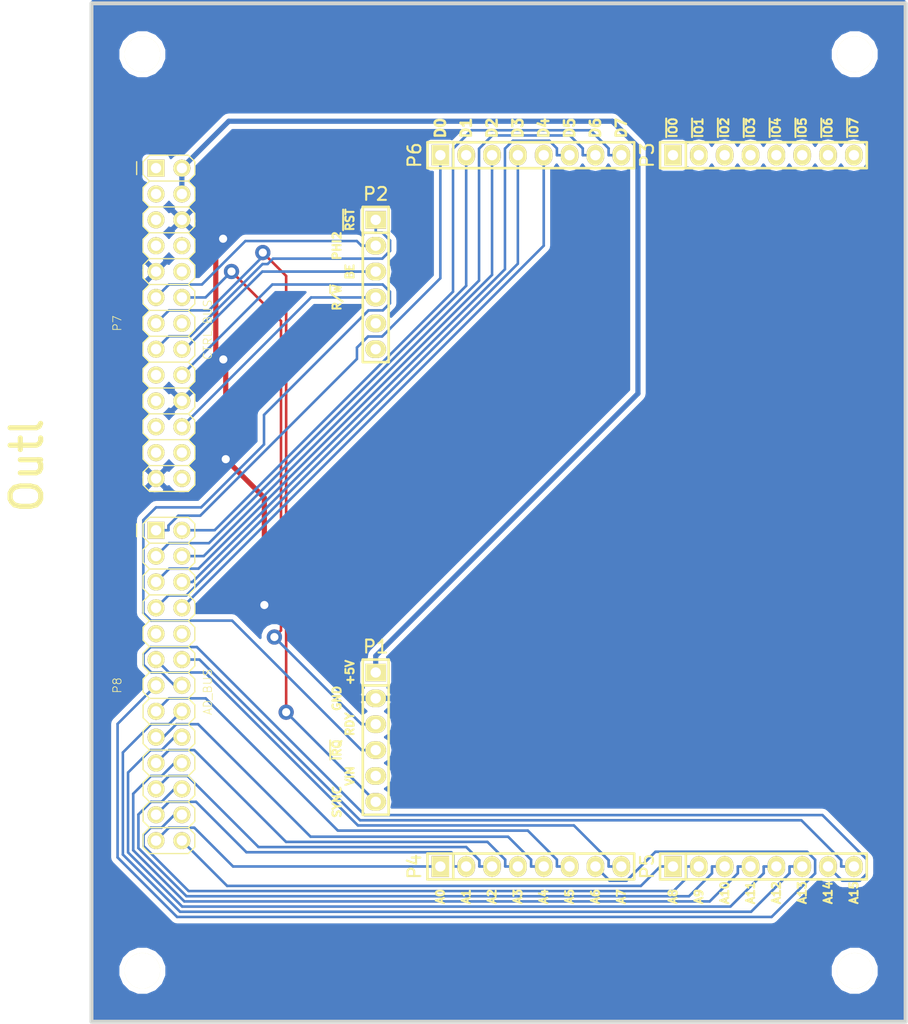
<source format=kicad_pcb>
(kicad_pcb (version 3) (host pcbnew "(2014-jan-25)-product")

  (general
    (links 37)
    (no_connects 0)
    (area 53.090778 56.781699 204.196951 158.238)
    (thickness 1.6)
    (drawings 42)
    (tracks 265)
    (zones 0)
    (modules 9)
    (nets 60)
  )

  (page A4)
  (layers
    (15 F.Cu signal)
    (0 B.Cu signal)
    (16 B.Adhes user)
    (17 F.Adhes user)
    (18 B.Paste user)
    (19 F.Paste user)
    (20 B.SilkS user)
    (21 F.SilkS user)
    (22 B.Mask user)
    (23 F.Mask user)
    (24 Dwgs.User user)
    (25 Cmts.User user)
    (26 Eco1.User user)
    (27 Eco2.User user)
    (28 Edge.Cuts user)
  )

  (setup
    (last_trace_width 0.254)
    (trace_clearance 0.254)
    (zone_clearance 0.508)
    (zone_45_only yes)
    (trace_min 0.254)
    (segment_width 0.2)
    (edge_width 0.1)
    (via_size 1.5)
    (via_drill 0.8)
    (via_min_size 0.8)
    (via_min_drill 0.5)
    (uvia_size 1)
    (uvia_drill 0.8)
    (uvias_allowed no)
    (uvia_min_size 0.9982)
    (uvia_min_drill 0.7975)
    (pcb_text_width 0.3)
    (pcb_text_size 1.5 1.5)
    (mod_edge_width 0.15)
    (mod_text_size 1 1)
    (mod_text_width 0.15)
    (pad_size 1.5 1.5)
    (pad_drill 0.6)
    (pad_to_mask_clearance 0)
    (aux_axis_origin 87.63 67.31)
    (grid_origin 38.1 50.8)
    (visible_elements FFFFFF7F)
    (pcbplotparams
      (layerselection 1)
      (usegerberextensions false)
      (excludeedgelayer false)
      (linewidth 0.150000)
      (plotframeref false)
      (viasonmask false)
      (mode 1)
      (useauxorigin false)
      (hpglpennumber 1)
      (hpglpenspeed 20)
      (hpglpendiameter 15)
      (hpglpenoverlay 2)
      (psnegative false)
      (psa4output false)
      (plotreference true)
      (plotvalue true)
      (plotothertext true)
      (plotinvisibletext false)
      (padsonsilk false)
      (subtractmaskfromsilk false)
      (outputformat 4)
      (mirror false)
      (drillshape 2)
      (scaleselection 1)
      (outputdirectory ./plots/))
  )

  (net 0 "")
  (net 1 +5V)
  (net 2 GND)
  (net 3 RDY)
  (net 4 ~IRQ)
  (net 5 VIN)
  (net 6 SYNC)
  (net 7 ~RST)
  (net 8 PHI2)
  (net 9 BE)
  (net 10 R/~W)
  (net 11 "Net-(P2-Pad5)")
  (net 12 "Net-(P2-Pad6)")
  (net 13 ~IO0)
  (net 14 ~IO1)
  (net 15 ~IO2)
  (net 16 ~IO3)
  (net 17 ~IO4)
  (net 18 ~IO5)
  (net 19 ~IO6)
  (net 20 ~IO7)
  (net 21 /A0)
  (net 22 /A1)
  (net 23 /A2)
  (net 24 /A3)
  (net 25 /A4)
  (net 26 /A5)
  (net 27 /A6)
  (net 28 /A7)
  (net 29 /A8)
  (net 30 /A9)
  (net 31 /A10)
  (net 32 /A11)
  (net 33 /A12)
  (net 34 /A13)
  (net 35 /A14)
  (net 36 /A15)
  (net 37 /D0)
  (net 38 /D1)
  (net 39 /D2)
  (net 40 /D3)
  (net 41 /D4)
  (net 42 /D5)
  (net 43 /D6)
  (net 44 /D7)
  (net 45 "Net-(P7-Pad1)")
  (net 46 "Net-(P7-Pad3)")
  (net 47 "Net-(P7-Pad5)")
  (net 48 "Net-(P7-Pad7)")
  (net 49 "Net-(P7-Pad8)")
  (net 50 "Net-(P7-Pad10)")
  (net 51 "Net-(P7-Pad14)")
  (net 52 "Net-(P7-Pad17)")
  (net 53 "Net-(P7-Pad19)")
  (net 54 "Net-(P7-Pad21)")
  (net 55 "Net-(P7-Pad23)")
  (net 56 "Net-(P7-Pad24)")
  (net 57 "Net-(P7-Pad26)")
  (net 58 "Net-(P8-Pad9)")
  (net 59 "Net-(P8-Pad10)")

  (net_class Default "This is the default net class."
    (clearance 0.254)
    (trace_width 0.254)
    (via_dia 1.5)
    (via_drill 0.8)
    (uvia_dia 1)
    (uvia_drill 0.8)
    (add_net /A0)
    (add_net /A1)
    (add_net /A10)
    (add_net /A11)
    (add_net /A12)
    (add_net /A13)
    (add_net /A14)
    (add_net /A15)
    (add_net /A2)
    (add_net /A3)
    (add_net /A4)
    (add_net /A5)
    (add_net /A6)
    (add_net /A7)
    (add_net /A8)
    (add_net /A9)
    (add_net /D0)
    (add_net /D1)
    (add_net /D2)
    (add_net /D3)
    (add_net /D4)
    (add_net /D5)
    (add_net /D6)
    (add_net /D7)
    (add_net BE)
    (add_net "Net-(P2-Pad5)")
    (add_net "Net-(P2-Pad6)")
    (add_net "Net-(P7-Pad1)")
    (add_net "Net-(P7-Pad10)")
    (add_net "Net-(P7-Pad14)")
    (add_net "Net-(P7-Pad17)")
    (add_net "Net-(P7-Pad19)")
    (add_net "Net-(P7-Pad21)")
    (add_net "Net-(P7-Pad23)")
    (add_net "Net-(P7-Pad24)")
    (add_net "Net-(P7-Pad26)")
    (add_net "Net-(P7-Pad3)")
    (add_net "Net-(P7-Pad5)")
    (add_net "Net-(P7-Pad7)")
    (add_net "Net-(P7-Pad8)")
    (add_net "Net-(P8-Pad10)")
    (add_net "Net-(P8-Pad9)")
    (add_net PHI2)
    (add_net R/~W)
    (add_net RDY)
    (add_net SYNC)
    (add_net ~IO0)
    (add_net ~IO1)
    (add_net ~IO2)
    (add_net ~IO3)
    (add_net ~IO4)
    (add_net ~IO5)
    (add_net ~IO6)
    (add_net ~IO7)
    (add_net ~IRQ)
    (add_net ~RST)
  )

  (net_class Power ""
    (clearance 0.508)
    (trace_width 0.508)
    (via_dia 2)
    (via_drill 0.8)
    (uvia_dia 1)
    (uvia_drill 0.8)
    (add_net +5V)
    (add_net GND)
    (add_net VIN)
  )

  (module Pin_Headers:Pin_Header_Straight_1x06 (layer F.Cu) (tedit 552FE251) (tstamp 552FE20E)
    (at 92.71 129.54 270)
    (descr "1 pin")
    (tags "CONN DEV")
    (path /552FE706)
    (fp_text reference P1 (at -8.89 0 360) (layer F.SilkS)
      (effects (font (size 1.27 1.27) (thickness 0.2032)))
    )
    (fp_text value CTRL1 (at 0 0 270) (layer F.SilkS) hide
      (effects (font (size 1.27 1.27) (thickness 0.2032)))
    )
    (fp_line (start -5.08 -1.27) (end 7.62 -1.27) (layer F.SilkS) (width 0.254))
    (fp_line (start 7.62 -1.27) (end 7.62 1.27) (layer F.SilkS) (width 0.254))
    (fp_line (start 7.62 1.27) (end -5.08 1.27) (layer F.SilkS) (width 0.254))
    (fp_line (start -7.62 -1.27) (end -5.08 -1.27) (layer F.SilkS) (width 0.254))
    (fp_line (start -5.08 -1.27) (end -5.08 1.27) (layer F.SilkS) (width 0.254))
    (fp_line (start -7.62 -1.27) (end -7.62 1.27) (layer F.SilkS) (width 0.254))
    (fp_line (start -7.62 1.27) (end -5.08 1.27) (layer F.SilkS) (width 0.254))
    (pad 1 thru_hole rect (at -6.35 0 270) (size 1.7272 2.032) (drill 1.016) (layers *.Cu *.Mask F.SilkS)
      (net 1 +5V))
    (pad 2 thru_hole oval (at -3.81 0 270) (size 1.7272 2.032) (drill 1.016) (layers *.Cu *.Mask F.SilkS)
      (net 2 GND))
    (pad 3 thru_hole oval (at -1.27 0 270) (size 1.7272 2.032) (drill 1.016) (layers *.Cu *.Mask F.SilkS)
      (net 3 RDY))
    (pad 4 thru_hole oval (at 1.27 0 270) (size 1.7272 2.032) (drill 1.016) (layers *.Cu *.Mask F.SilkS)
      (net 4 ~IRQ))
    (pad 5 thru_hole oval (at 3.81 0 270) (size 1.7272 2.032) (drill 1.016) (layers *.Cu *.Mask F.SilkS)
      (net 5 VIN))
    (pad 6 thru_hole oval (at 6.35 0 270) (size 1.7272 2.032) (drill 1.016) (layers *.Cu *.Mask F.SilkS)
      (net 6 SYNC))
    (model Pin_Headers/Pin_Header_Straight_1x06.wrl
      (at (xyz 0 0 0))
      (scale (xyz 1 1 1))
      (rotate (xyz 0 0 0))
    )
  )

  (module Pin_Headers:Pin_Header_Straight_1x06 (layer F.Cu) (tedit 552FE24A) (tstamp 552FE21F)
    (at 92.71 85.09 270)
    (descr "1 pin")
    (tags "CONN DEV")
    (path /552FE70C)
    (fp_text reference P2 (at -8.89 0 360) (layer F.SilkS)
      (effects (font (size 1.27 1.27) (thickness 0.2032)))
    )
    (fp_text value CTRL2 (at 0 0 270) (layer F.SilkS) hide
      (effects (font (size 1.27 1.27) (thickness 0.2032)))
    )
    (fp_line (start -5.08 -1.27) (end 7.62 -1.27) (layer F.SilkS) (width 0.254))
    (fp_line (start 7.62 -1.27) (end 7.62 1.27) (layer F.SilkS) (width 0.254))
    (fp_line (start 7.62 1.27) (end -5.08 1.27) (layer F.SilkS) (width 0.254))
    (fp_line (start -7.62 -1.27) (end -5.08 -1.27) (layer F.SilkS) (width 0.254))
    (fp_line (start -5.08 -1.27) (end -5.08 1.27) (layer F.SilkS) (width 0.254))
    (fp_line (start -7.62 -1.27) (end -7.62 1.27) (layer F.SilkS) (width 0.254))
    (fp_line (start -7.62 1.27) (end -5.08 1.27) (layer F.SilkS) (width 0.254))
    (pad 1 thru_hole rect (at -6.35 0 270) (size 1.7272 2.032) (drill 1.016) (layers *.Cu *.Mask F.SilkS)
      (net 7 ~RST))
    (pad 2 thru_hole oval (at -3.81 0 270) (size 1.7272 2.032) (drill 1.016) (layers *.Cu *.Mask F.SilkS)
      (net 8 PHI2))
    (pad 3 thru_hole oval (at -1.27 0 270) (size 1.7272 2.032) (drill 1.016) (layers *.Cu *.Mask F.SilkS)
      (net 9 BE))
    (pad 4 thru_hole oval (at 1.27 0 270) (size 1.7272 2.032) (drill 1.016) (layers *.Cu *.Mask F.SilkS)
      (net 10 R/~W))
    (pad 5 thru_hole oval (at 3.81 0 270) (size 1.7272 2.032) (drill 1.016) (layers *.Cu *.Mask F.SilkS)
      (net 11 "Net-(P2-Pad5)"))
    (pad 6 thru_hole oval (at 6.35 0 270) (size 1.7272 2.032) (drill 1.016) (layers *.Cu *.Mask F.SilkS)
      (net 12 "Net-(P2-Pad6)"))
    (model Pin_Headers/Pin_Header_Straight_1x06.wrl
      (at (xyz 0 0 0))
      (scale (xyz 1 1 1))
      (rotate (xyz 0 0 0))
    )
  )

  (module Pin_Headers:Pin_Header_Straight_1x08 (layer F.Cu) (tedit 552FE26D) (tstamp 552FE232)
    (at 130.81 72.39)
    (descr "1 pin")
    (tags "CONN DEV")
    (path /552FE735)
    (fp_text reference P3 (at -11.43 0 90) (layer F.SilkS)
      (effects (font (size 1.27 1.27) (thickness 0.2032)))
    )
    (fp_text value IO (at 0 0) (layer F.SilkS) hide
      (effects (font (size 1.27 1.27) (thickness 0.2032)))
    )
    (fp_line (start -7.62 -1.27) (end 10.16 -1.27) (layer F.SilkS) (width 0.254))
    (fp_line (start 10.16 -1.27) (end 10.16 1.27) (layer F.SilkS) (width 0.254))
    (fp_line (start 10.16 1.27) (end -7.62 1.27) (layer F.SilkS) (width 0.254))
    (fp_line (start -10.16 -1.27) (end -7.62 -1.27) (layer F.SilkS) (width 0.254))
    (fp_line (start -7.62 -1.27) (end -7.62 1.27) (layer F.SilkS) (width 0.254))
    (fp_line (start -10.16 -1.27) (end -10.16 1.27) (layer F.SilkS) (width 0.254))
    (fp_line (start -10.16 1.27) (end -7.62 1.27) (layer F.SilkS) (width 0.254))
    (pad 1 thru_hole rect (at -8.89 0) (size 1.7272 2.032) (drill 1.016) (layers *.Cu *.Mask F.SilkS)
      (net 13 ~IO0))
    (pad 2 thru_hole oval (at -6.35 0) (size 1.7272 2.032) (drill 1.016) (layers *.Cu *.Mask F.SilkS)
      (net 14 ~IO1))
    (pad 3 thru_hole oval (at -3.81 0) (size 1.7272 2.032) (drill 1.016) (layers *.Cu *.Mask F.SilkS)
      (net 15 ~IO2))
    (pad 4 thru_hole oval (at -1.27 0) (size 1.7272 2.032) (drill 1.016) (layers *.Cu *.Mask F.SilkS)
      (net 16 ~IO3))
    (pad 5 thru_hole oval (at 1.27 0) (size 1.7272 2.032) (drill 1.016) (layers *.Cu *.Mask F.SilkS)
      (net 17 ~IO4))
    (pad 6 thru_hole oval (at 3.81 0) (size 1.7272 2.032) (drill 1.016) (layers *.Cu *.Mask F.SilkS)
      (net 18 ~IO5))
    (pad 7 thru_hole oval (at 6.35 0) (size 1.7272 2.032) (drill 1.016) (layers *.Cu *.Mask F.SilkS)
      (net 19 ~IO6))
    (pad 8 thru_hole oval (at 8.89 0) (size 1.7272 2.032) (drill 1.016) (layers *.Cu *.Mask F.SilkS)
      (net 20 ~IO7))
    (model Pin_Headers/Pin_Header_Straight_1x08.wrl
      (at (xyz 0 0 0))
      (scale (xyz 1 1 1))
      (rotate (xyz 0 0 0))
    )
  )

  (module Pin_Headers:Pin_Header_Straight_1x08 (layer F.Cu) (tedit 552FE27F) (tstamp 552FE245)
    (at 107.95 142.24)
    (descr "1 pin")
    (tags "CONN DEV")
    (path /552FE6FA)
    (fp_text reference P4 (at -11.43 0 90) (layer F.SilkS)
      (effects (font (size 1.27 1.27) (thickness 0.2032)))
    )
    (fp_text value ADDR1 (at 0 0) (layer F.SilkS) hide
      (effects (font (size 1.27 1.27) (thickness 0.2032)))
    )
    (fp_line (start -7.62 -1.27) (end 10.16 -1.27) (layer F.SilkS) (width 0.254))
    (fp_line (start 10.16 -1.27) (end 10.16 1.27) (layer F.SilkS) (width 0.254))
    (fp_line (start 10.16 1.27) (end -7.62 1.27) (layer F.SilkS) (width 0.254))
    (fp_line (start -10.16 -1.27) (end -7.62 -1.27) (layer F.SilkS) (width 0.254))
    (fp_line (start -7.62 -1.27) (end -7.62 1.27) (layer F.SilkS) (width 0.254))
    (fp_line (start -10.16 -1.27) (end -10.16 1.27) (layer F.SilkS) (width 0.254))
    (fp_line (start -10.16 1.27) (end -7.62 1.27) (layer F.SilkS) (width 0.254))
    (pad 1 thru_hole rect (at -8.89 0) (size 1.7272 2.032) (drill 1.016) (layers *.Cu *.Mask F.SilkS)
      (net 21 /A0))
    (pad 2 thru_hole oval (at -6.35 0) (size 1.7272 2.032) (drill 1.016) (layers *.Cu *.Mask F.SilkS)
      (net 22 /A1))
    (pad 3 thru_hole oval (at -3.81 0) (size 1.7272 2.032) (drill 1.016) (layers *.Cu *.Mask F.SilkS)
      (net 23 /A2))
    (pad 4 thru_hole oval (at -1.27 0) (size 1.7272 2.032) (drill 1.016) (layers *.Cu *.Mask F.SilkS)
      (net 24 /A3))
    (pad 5 thru_hole oval (at 1.27 0) (size 1.7272 2.032) (drill 1.016) (layers *.Cu *.Mask F.SilkS)
      (net 25 /A4))
    (pad 6 thru_hole oval (at 3.81 0) (size 1.7272 2.032) (drill 1.016) (layers *.Cu *.Mask F.SilkS)
      (net 26 /A5))
    (pad 7 thru_hole oval (at 6.35 0) (size 1.7272 2.032) (drill 1.016) (layers *.Cu *.Mask F.SilkS)
      (net 27 /A6))
    (pad 8 thru_hole oval (at 8.89 0) (size 1.7272 2.032) (drill 1.016) (layers *.Cu *.Mask F.SilkS)
      (net 28 /A7))
    (model Pin_Headers/Pin_Header_Straight_1x08.wrl
      (at (xyz 0 0 0))
      (scale (xyz 1 1 1))
      (rotate (xyz 0 0 0))
    )
  )

  (module Pin_Headers:Pin_Header_Straight_1x08 (layer F.Cu) (tedit 552FE28D) (tstamp 552FE258)
    (at 130.81 142.24)
    (descr "1 pin")
    (tags "CONN DEV")
    (path /552FE700)
    (fp_text reference P5 (at -11.43 0 90) (layer F.SilkS)
      (effects (font (size 1.27 1.27) (thickness 0.2032)))
    )
    (fp_text value ADDR2 (at 0 0) (layer F.SilkS) hide
      (effects (font (size 1.27 1.27) (thickness 0.2032)))
    )
    (fp_line (start -7.62 -1.27) (end 10.16 -1.27) (layer F.SilkS) (width 0.254))
    (fp_line (start 10.16 -1.27) (end 10.16 1.27) (layer F.SilkS) (width 0.254))
    (fp_line (start 10.16 1.27) (end -7.62 1.27) (layer F.SilkS) (width 0.254))
    (fp_line (start -10.16 -1.27) (end -7.62 -1.27) (layer F.SilkS) (width 0.254))
    (fp_line (start -7.62 -1.27) (end -7.62 1.27) (layer F.SilkS) (width 0.254))
    (fp_line (start -10.16 -1.27) (end -10.16 1.27) (layer F.SilkS) (width 0.254))
    (fp_line (start -10.16 1.27) (end -7.62 1.27) (layer F.SilkS) (width 0.254))
    (pad 1 thru_hole rect (at -8.89 0) (size 1.7272 2.032) (drill 1.016) (layers *.Cu *.Mask F.SilkS)
      (net 29 /A8))
    (pad 2 thru_hole oval (at -6.35 0) (size 1.7272 2.032) (drill 1.016) (layers *.Cu *.Mask F.SilkS)
      (net 30 /A9))
    (pad 3 thru_hole oval (at -3.81 0) (size 1.7272 2.032) (drill 1.016) (layers *.Cu *.Mask F.SilkS)
      (net 31 /A10))
    (pad 4 thru_hole oval (at -1.27 0) (size 1.7272 2.032) (drill 1.016) (layers *.Cu *.Mask F.SilkS)
      (net 32 /A11))
    (pad 5 thru_hole oval (at 1.27 0) (size 1.7272 2.032) (drill 1.016) (layers *.Cu *.Mask F.SilkS)
      (net 33 /A12))
    (pad 6 thru_hole oval (at 3.81 0) (size 1.7272 2.032) (drill 1.016) (layers *.Cu *.Mask F.SilkS)
      (net 34 /A13))
    (pad 7 thru_hole oval (at 6.35 0) (size 1.7272 2.032) (drill 1.016) (layers *.Cu *.Mask F.SilkS)
      (net 35 /A14))
    (pad 8 thru_hole oval (at 8.89 0) (size 1.7272 2.032) (drill 1.016) (layers *.Cu *.Mask F.SilkS)
      (net 36 /A15))
    (model Pin_Headers/Pin_Header_Straight_1x08.wrl
      (at (xyz 0 0 0))
      (scale (xyz 1 1 1))
      (rotate (xyz 0 0 0))
    )
  )

  (module Pin_Headers:Pin_Header_Straight_1x08 (layer F.Cu) (tedit 552FE247) (tstamp 552FE26B)
    (at 107.95 72.39)
    (descr "1 pin")
    (tags "CONN DEV")
    (path /552FE6F4)
    (fp_text reference P6 (at -11.43 0 90) (layer F.SilkS)
      (effects (font (size 1.27 1.27) (thickness 0.2032)))
    )
    (fp_text value DATA (at 0 0) (layer F.SilkS) hide
      (effects (font (size 1.27 1.27) (thickness 0.2032)))
    )
    (fp_line (start -7.62 -1.27) (end 10.16 -1.27) (layer F.SilkS) (width 0.254))
    (fp_line (start 10.16 -1.27) (end 10.16 1.27) (layer F.SilkS) (width 0.254))
    (fp_line (start 10.16 1.27) (end -7.62 1.27) (layer F.SilkS) (width 0.254))
    (fp_line (start -10.16 -1.27) (end -7.62 -1.27) (layer F.SilkS) (width 0.254))
    (fp_line (start -7.62 -1.27) (end -7.62 1.27) (layer F.SilkS) (width 0.254))
    (fp_line (start -10.16 -1.27) (end -10.16 1.27) (layer F.SilkS) (width 0.254))
    (fp_line (start -10.16 1.27) (end -7.62 1.27) (layer F.SilkS) (width 0.254))
    (pad 1 thru_hole rect (at -8.89 0) (size 1.7272 2.032) (drill 1.016) (layers *.Cu *.Mask F.SilkS)
      (net 37 /D0))
    (pad 2 thru_hole oval (at -6.35 0) (size 1.7272 2.032) (drill 1.016) (layers *.Cu *.Mask F.SilkS)
      (net 38 /D1))
    (pad 3 thru_hole oval (at -3.81 0) (size 1.7272 2.032) (drill 1.016) (layers *.Cu *.Mask F.SilkS)
      (net 39 /D2))
    (pad 4 thru_hole oval (at -1.27 0) (size 1.7272 2.032) (drill 1.016) (layers *.Cu *.Mask F.SilkS)
      (net 40 /D3))
    (pad 5 thru_hole oval (at 1.27 0) (size 1.7272 2.032) (drill 1.016) (layers *.Cu *.Mask F.SilkS)
      (net 41 /D4))
    (pad 6 thru_hole oval (at 3.81 0) (size 1.7272 2.032) (drill 1.016) (layers *.Cu *.Mask F.SilkS)
      (net 42 /D5))
    (pad 7 thru_hole oval (at 6.35 0) (size 1.7272 2.032) (drill 1.016) (layers *.Cu *.Mask F.SilkS)
      (net 43 /D6))
    (pad 8 thru_hole oval (at 8.89 0) (size 1.7272 2.032) (drill 1.016) (layers *.Cu *.Mask F.SilkS)
      (net 44 /D7))
    (model Pin_Headers/Pin_Header_Straight_1x08.wrl
      (at (xyz 0 0 0))
      (scale (xyz 1 1 1))
      (rotate (xyz 0 0 0))
    )
  )

  (module EuroBoard_Outline:EuroBoard_halb_Type-I_100mmX80mm_holes (layer F.Cu) (tedit 552FE330) (tstamp 552FEE65)
    (at 144.78 157.48 90)
    (descr "Outline, Eurocard 1/2, Type I, 100x80mm, with holes 3,5mm")
    (tags "Outline, Eurocard 1/2, Type I, 100x80mm, with holes 3,5mm")
    (fp_text reference Outl (at 54.61 -86.36 90) (layer F.SilkS)
      (effects (font (size 2.99974 2.99974) (thickness 0.50038)))
    )
    (fp_text value EuroBoard_halb_Type-I_100mmX80mm_holes (at 53.34 7.62 90) (layer F.SilkS) hide
      (effects (font (size 3.00228 3.00228) (thickness 0.50038)))
    )
    (fp_line (start 0 0) (end 0 -79.99984) (layer Edge.Cuts) (width 0.381))
    (fp_line (start 0 -79.99984) (end 99.9998 -79.99984) (layer Edge.Cuts) (width 0.381))
    (fp_line (start 99.9998 -79.99984) (end 99.9998 0) (layer Edge.Cuts) (width 0.381))
    (fp_line (start 99.9998 0) (end 0 0) (layer Edge.Cuts) (width 0.381))
    (pad "" np_thru_hole circle (at 5.00126 -5.00126 90) (size 3.50012 3.50012) (drill 3.50012) (layers *.Cu *.Mask F.SilkS))
    (pad "" np_thru_hole circle (at 5.00126 -75.00112 90) (size 3.50012 3.50012) (drill 3.50012) (layers *.Cu *.Mask F.SilkS))
    (pad "" np_thru_hole circle (at 95.00108 -75.00112 90) (size 3.50012 3.50012) (drill 3.50012) (layers *.Cu *.Mask F.SilkS))
    (pad "" np_thru_hole circle (at 95.00108 -5.00126 90) (size 3.50012 3.50012) (drill 3.50012) (layers *.Cu *.Mask F.SilkS))
  )

  (module ab2tech:AB2_HDR_M13-2V (layer F.Cu) (tedit 52964DED) (tstamp 552FEF20)
    (at 72.39 88.9 270)
    (path /552FE86B)
    (fp_text reference P7 (at 0 5.08 270) (layer F.SilkS)
      (effects (font (size 0.8128 0.8128) (thickness 0.0762)))
    )
    (fp_text value CTRL_BUS (at 0.635 -3.81 270) (layer F.SilkS)
      (effects (font (size 0.8128 0.8128) (thickness 0.0762)))
    )
    (fp_line (start 14.605 2.54) (end 13.97 1.905) (layer F.SilkS) (width 0.127))
    (fp_line (start 13.97 -1.905) (end 14.605 -2.54) (layer F.SilkS) (width 0.127))
    (fp_line (start 14.605 -2.54) (end 15.875 -2.54) (layer F.SilkS) (width 0.127))
    (fp_line (start 15.875 -2.54) (end 16.51 -1.905) (layer F.SilkS) (width 0.127))
    (fp_line (start 16.51 -1.905) (end 16.51 1.905) (layer F.SilkS) (width 0.127))
    (fp_line (start 16.51 1.905) (end 15.875 2.54) (layer F.SilkS) (width 0.127))
    (fp_line (start 15.875 2.54) (end 14.605 2.54) (layer F.SilkS) (width 0.127))
    (fp_line (start 13.335 2.54) (end 12.065 2.54) (layer F.SilkS) (width 0.127))
    (fp_line (start 13.97 1.905) (end 13.335 2.54) (layer F.SilkS) (width 0.127))
    (fp_line (start 13.97 -1.905) (end 13.97 1.905) (layer F.SilkS) (width 0.127))
    (fp_line (start 13.335 -2.54) (end 13.97 -1.905) (layer F.SilkS) (width 0.127))
    (fp_line (start 12.065 -2.54) (end 13.335 -2.54) (layer F.SilkS) (width 0.127))
    (fp_line (start 11.43 -1.905) (end 12.065 -2.54) (layer F.SilkS) (width 0.127))
    (fp_line (start 12.065 2.54) (end 11.43 1.905) (layer F.SilkS) (width 0.127))
    (fp_line (start 9.525 2.54) (end 8.89 1.905) (layer F.SilkS) (width 0.127))
    (fp_line (start 8.89 -1.905) (end 9.525 -2.54) (layer F.SilkS) (width 0.127))
    (fp_line (start 9.525 -2.54) (end 10.795 -2.54) (layer F.SilkS) (width 0.127))
    (fp_line (start 10.795 -2.54) (end 11.43 -1.905) (layer F.SilkS) (width 0.127))
    (fp_line (start 11.43 -1.905) (end 11.43 1.905) (layer F.SilkS) (width 0.127))
    (fp_line (start 11.43 1.905) (end 10.795 2.54) (layer F.SilkS) (width 0.127))
    (fp_line (start 10.795 2.54) (end 9.525 2.54) (layer F.SilkS) (width 0.127))
    (fp_line (start 8.255 2.54) (end 6.985 2.54) (layer F.SilkS) (width 0.127))
    (fp_line (start 8.89 1.905) (end 8.255 2.54) (layer F.SilkS) (width 0.127))
    (fp_line (start 8.89 -1.905) (end 8.89 1.905) (layer F.SilkS) (width 0.127))
    (fp_line (start 8.255 -2.54) (end 8.89 -1.905) (layer F.SilkS) (width 0.127))
    (fp_line (start 6.985 -2.54) (end 8.255 -2.54) (layer F.SilkS) (width 0.127))
    (fp_line (start 6.35 -1.905) (end 6.985 -2.54) (layer F.SilkS) (width 0.127))
    (fp_line (start 6.985 2.54) (end 6.35 1.905) (layer F.SilkS) (width 0.127))
    (fp_line (start 4.445 2.54) (end 3.81 1.905) (layer F.SilkS) (width 0.127))
    (fp_line (start 3.81 -1.905) (end 4.445 -2.54) (layer F.SilkS) (width 0.127))
    (fp_line (start 4.445 -2.54) (end 5.715 -2.54) (layer F.SilkS) (width 0.127))
    (fp_line (start 5.715 -2.54) (end 6.35 -1.905) (layer F.SilkS) (width 0.127))
    (fp_line (start 6.35 -1.905) (end 6.35 1.905) (layer F.SilkS) (width 0.127))
    (fp_line (start 6.35 1.905) (end 5.715 2.54) (layer F.SilkS) (width 0.127))
    (fp_line (start 5.715 2.54) (end 4.445 2.54) (layer F.SilkS) (width 0.127))
    (fp_line (start 3.175 2.54) (end 1.905 2.54) (layer F.SilkS) (width 0.127))
    (fp_line (start 3.81 1.905) (end 3.175 2.54) (layer F.SilkS) (width 0.127))
    (fp_line (start 3.81 -1.905) (end 3.81 1.905) (layer F.SilkS) (width 0.127))
    (fp_line (start 3.175 -2.54) (end 3.81 -1.905) (layer F.SilkS) (width 0.127))
    (fp_line (start 1.905 -2.54) (end 3.175 -2.54) (layer F.SilkS) (width 0.127))
    (fp_line (start 1.27 -1.905) (end 1.905 -2.54) (layer F.SilkS) (width 0.127))
    (fp_line (start 1.905 2.54) (end 1.27 1.905) (layer F.SilkS) (width 0.127))
    (fp_line (start -0.635 2.54) (end -1.27 1.905) (layer F.SilkS) (width 0.127))
    (fp_line (start -1.27 -1.905) (end -0.635 -2.54) (layer F.SilkS) (width 0.127))
    (fp_line (start -0.635 -2.54) (end 0.635 -2.54) (layer F.SilkS) (width 0.127))
    (fp_line (start 0.635 -2.54) (end 1.27 -1.905) (layer F.SilkS) (width 0.127))
    (fp_line (start 1.27 -1.905) (end 1.27 1.905) (layer F.SilkS) (width 0.127))
    (fp_line (start 1.27 1.905) (end 0.635 2.54) (layer F.SilkS) (width 0.127))
    (fp_line (start 0.635 2.54) (end -0.635 2.54) (layer F.SilkS) (width 0.127))
    (fp_line (start -1.905 2.54) (end -3.175 2.54) (layer F.SilkS) (width 0.127))
    (fp_line (start -1.27 1.905) (end -1.905 2.54) (layer F.SilkS) (width 0.127))
    (fp_line (start -1.27 -1.905) (end -1.27 1.905) (layer F.SilkS) (width 0.127))
    (fp_line (start -1.905 -2.54) (end -1.27 -1.905) (layer F.SilkS) (width 0.127))
    (fp_line (start -3.175 -2.54) (end -1.905 -2.54) (layer F.SilkS) (width 0.127))
    (fp_line (start -3.81 -1.905) (end -3.175 -2.54) (layer F.SilkS) (width 0.127))
    (fp_line (start -3.175 2.54) (end -3.81 1.905) (layer F.SilkS) (width 0.127))
    (fp_line (start -5.715 2.54) (end -6.35 1.905) (layer F.SilkS) (width 0.127))
    (fp_line (start -6.35 -1.905) (end -5.715 -2.54) (layer F.SilkS) (width 0.127))
    (fp_line (start -5.715 -2.54) (end -4.445 -2.54) (layer F.SilkS) (width 0.127))
    (fp_line (start -4.445 -2.54) (end -3.81 -1.905) (layer F.SilkS) (width 0.127))
    (fp_line (start -3.81 -1.905) (end -3.81 1.905) (layer F.SilkS) (width 0.127))
    (fp_line (start -3.81 1.905) (end -4.445 2.54) (layer F.SilkS) (width 0.127))
    (fp_line (start -4.445 2.54) (end -5.715 2.54) (layer F.SilkS) (width 0.127))
    (fp_line (start -6.985 2.54) (end -8.255 2.54) (layer F.SilkS) (width 0.127))
    (fp_line (start -6.35 1.905) (end -6.985 2.54) (layer F.SilkS) (width 0.127))
    (fp_line (start -6.35 -1.905) (end -6.35 1.905) (layer F.SilkS) (width 0.127))
    (fp_line (start -6.985 -2.54) (end -6.35 -1.905) (layer F.SilkS) (width 0.127))
    (fp_line (start -8.255 -2.54) (end -6.985 -2.54) (layer F.SilkS) (width 0.127))
    (fp_line (start -8.89 -1.905) (end -8.255 -2.54) (layer F.SilkS) (width 0.127))
    (fp_line (start -8.255 2.54) (end -8.89 1.905) (layer F.SilkS) (width 0.127))
    (fp_line (start -10.795 2.54) (end -11.43 1.905) (layer F.SilkS) (width 0.127))
    (fp_line (start -11.43 -1.905) (end -10.795 -2.54) (layer F.SilkS) (width 0.127))
    (fp_line (start -10.795 -2.54) (end -9.525 -2.54) (layer F.SilkS) (width 0.127))
    (fp_line (start -9.525 -2.54) (end -8.89 -1.905) (layer F.SilkS) (width 0.127))
    (fp_line (start -8.89 -1.905) (end -8.89 1.905) (layer F.SilkS) (width 0.127))
    (fp_line (start -8.89 1.905) (end -9.525 2.54) (layer F.SilkS) (width 0.127))
    (fp_line (start -9.525 2.54) (end -10.795 2.54) (layer F.SilkS) (width 0.127))
    (fp_line (start -12.065 2.54) (end -13.335 2.54) (layer F.SilkS) (width 0.127))
    (fp_line (start -11.43 1.905) (end -12.065 2.54) (layer F.SilkS) (width 0.127))
    (fp_line (start -11.43 -1.905) (end -11.43 1.905) (layer F.SilkS) (width 0.127))
    (fp_line (start -12.065 -2.54) (end -11.43 -1.905) (layer F.SilkS) (width 0.127))
    (fp_line (start -13.335 -2.54) (end -12.065 -2.54) (layer F.SilkS) (width 0.127))
    (fp_line (start -13.97 -1.905) (end -13.335 -2.54) (layer F.SilkS) (width 0.127))
    (fp_line (start -13.335 2.54) (end -13.97 1.905) (layer F.SilkS) (width 0.127))
    (fp_line (start -15.875 2.54) (end -16.51 1.905) (layer F.SilkS) (width 0.127))
    (fp_line (start -16.51 1.905) (end -16.51 -1.905) (layer F.SilkS) (width 0.127))
    (fp_line (start -16.51 -1.905) (end -15.875 -2.54) (layer F.SilkS) (width 0.127))
    (fp_line (start -15.875 -2.54) (end -14.605 -2.54) (layer F.SilkS) (width 0.127))
    (fp_line (start -14.605 -2.54) (end -13.97 -1.905) (layer F.SilkS) (width 0.127))
    (fp_line (start -13.97 -1.905) (end -13.97 1.905) (layer F.SilkS) (width 0.127))
    (fp_line (start -13.97 1.905) (end -14.605 2.54) (layer F.SilkS) (width 0.127))
    (fp_line (start -14.605 2.54) (end -15.875 2.54) (layer F.SilkS) (width 0.127))
    (fp_line (start -15.875 3.175) (end -14.605 3.175) (layer F.SilkS) (width 0.127))
    (pad 26 thru_hole circle (at 15.24 -1.27 270) (size 1.6764 1.6764) (drill 1.016) (layers *.Cu *.Mask F.SilkS)
      (net 57 "Net-(P7-Pad26)"))
    (pad 25 thru_hole circle (at 15.24 1.27 270) (size 1.6764 1.6764) (drill 1.016) (layers *.Cu *.Mask F.SilkS)
      (net 2 GND))
    (pad 23 thru_hole circle (at 12.7 1.27 270) (size 1.6764 1.6764) (drill 1.016) (layers *.Cu *.Mask F.SilkS)
      (net 55 "Net-(P7-Pad23)"))
    (pad 24 thru_hole circle (at 12.7 -1.27 270) (size 1.6764 1.6764) (drill 1.016) (layers *.Cu *.Mask F.SilkS)
      (net 56 "Net-(P7-Pad24)"))
    (pad 22 thru_hole circle (at 10.16 -1.27 270) (size 1.6764 1.6764) (drill 1.016) (layers *.Cu *.Mask F.SilkS)
      (net 10 R/~W))
    (pad 21 thru_hole circle (at 10.16 1.27 270) (size 1.6764 1.6764) (drill 1.016) (layers *.Cu *.Mask F.SilkS)
      (net 54 "Net-(P7-Pad21)"))
    (pad 19 thru_hole circle (at 7.62 1.27 270) (size 1.6764 1.6764) (drill 1.016) (layers *.Cu *.Mask F.SilkS)
      (net 53 "Net-(P7-Pad19)"))
    (pad 20 thru_hole circle (at 7.62 -1.27 270) (size 1.6764 1.6764) (drill 1.016) (layers *.Cu *.Mask F.SilkS)
      (net 2 GND))
    (pad 18 thru_hole circle (at 5.08 -1.27 270) (size 1.6764 1.6764) (drill 1.016) (layers *.Cu *.Mask F.SilkS)
      (net 4 ~IRQ))
    (pad 17 thru_hole circle (at 5.08 1.27 270) (size 1.6764 1.6764) (drill 1.016) (layers *.Cu *.Mask F.SilkS)
      (net 52 "Net-(P7-Pad17)"))
    (pad 15 thru_hole circle (at 2.54 1.27 270) (size 1.6764 1.6764) (drill 1.016) (layers *.Cu *.Mask F.SilkS)
      (net 7 ~RST))
    (pad 16 thru_hole circle (at 2.54 -1.27 270) (size 1.6764 1.6764) (drill 1.016) (layers *.Cu *.Mask F.SilkS)
      (net 9 BE))
    (pad 14 thru_hole circle (at 0 -1.27 270) (size 1.6764 1.6764) (drill 1.016) (layers *.Cu *.Mask F.SilkS)
      (net 51 "Net-(P7-Pad14)"))
    (pad 13 thru_hole circle (at 0 1.27 270) (size 1.6764 1.6764) (drill 1.016) (layers *.Cu *.Mask F.SilkS)
      (net 6 SYNC))
    (pad 11 thru_hole circle (at -2.54 1.27 270) (size 1.6764 1.6764) (drill 1.016) (layers *.Cu *.Mask F.SilkS)
      (net 8 PHI2))
    (pad 12 thru_hole circle (at -2.54 -1.27 270) (size 1.6764 1.6764) (drill 1.016) (layers *.Cu *.Mask F.SilkS)
      (net 3 RDY))
    (pad 10 thru_hole circle (at -5.08 -1.27 270) (size 1.6764 1.6764) (drill 1.016) (layers *.Cu *.Mask F.SilkS)
      (net 50 "Net-(P7-Pad10)"))
    (pad 9 thru_hole circle (at -5.08 1.27 270) (size 1.6764 1.6764) (drill 1.016) (layers *.Cu *.Mask F.SilkS)
      (net 2 GND))
    (pad 7 thru_hole circle (at -7.62 1.27 270) (size 1.6764 1.6764) (drill 1.016) (layers *.Cu *.Mask F.SilkS)
      (net 48 "Net-(P7-Pad7)"))
    (pad 8 thru_hole circle (at -7.62 -1.27 270) (size 1.6764 1.6764) (drill 1.016) (layers *.Cu *.Mask F.SilkS)
      (net 49 "Net-(P7-Pad8)"))
    (pad 6 thru_hole circle (at -10.16 -1.27 270) (size 1.6764 1.6764) (drill 1.016) (layers *.Cu *.Mask F.SilkS)
      (net 2 GND))
    (pad 5 thru_hole circle (at -10.16 1.27 270) (size 1.6764 1.6764) (drill 1.016) (layers *.Cu *.Mask F.SilkS)
      (net 47 "Net-(P7-Pad5)"))
    (pad 3 thru_hole circle (at -12.7 1.27 270) (size 1.6764 1.6764) (drill 1.016) (layers *.Cu *.Mask F.SilkS)
      (net 46 "Net-(P7-Pad3)"))
    (pad 4 thru_hole circle (at -12.7 -1.27 270) (size 1.6764 1.6764) (drill 1.016) (layers *.Cu *.Mask F.SilkS)
      (net 1 +5V))
    (pad 2 thru_hole circle (at -15.24 -1.27 270) (size 1.6764 1.6764) (drill 1.016) (layers *.Cu *.Mask F.SilkS)
      (net 1 +5V))
    (pad 1 thru_hole rect (at -15.24 1.27 270) (size 1.6764 1.6764) (drill 1.016) (layers *.Cu *.Mask F.SilkS)
      (net 45 "Net-(P7-Pad1)"))
    (model ab2_header/AB2_HDR_M01-1V.x3d
      (at (xyz -0.6 -0.05 0))
      (scale (xyz 0.3937 0.3937 0.3937))
      (rotate (xyz 0 0 0))
    )
    (model ab2_header/AB2_HDR_M01-1V.x3d
      (at (xyz -0.5 -0.05 0))
      (scale (xyz 0.3937 0.3937 0.3937))
      (rotate (xyz 0 0 0))
    )
    (model ab2_header/AB2_HDR_M01-1V.x3d
      (at (xyz -0.4 -0.05 0))
      (scale (xyz 0.3937 0.3937 0.3937))
      (rotate (xyz 0 0 0))
    )
    (model ab2_header/AB2_HDR_M01-1V.x3d
      (at (xyz -0.3 -0.05 0))
      (scale (xyz 0.3937 0.3937 0.3937))
      (rotate (xyz 0 0 0))
    )
    (model ab2_header/AB2_HDR_M01-1V.x3d
      (at (xyz -0.2 -0.05 0))
      (scale (xyz 0.3937 0.3937 0.3937))
      (rotate (xyz 0 0 0))
    )
    (model ab2_header/AB2_HDR_M01-1V.x3d
      (at (xyz -0.1 -0.05 0))
      (scale (xyz 0.3937 0.3937 0.3937))
      (rotate (xyz 0 0 0))
    )
    (model ab2_header/AB2_HDR_M01-1V.x3d
      (at (xyz 0 -0.05 0))
      (scale (xyz 0.3937 0.3937 0.3937))
      (rotate (xyz 0 0 0))
    )
    (model ab2_header/AB2_HDR_M01-1V.x3d
      (at (xyz 0.1 -0.05 0))
      (scale (xyz 0.3937 0.3937 0.3937))
      (rotate (xyz 0 0 0))
    )
    (model ab2_header/AB2_HDR_M01-1V.x3d
      (at (xyz 0.2 -0.05 0))
      (scale (xyz 0.3937 0.3937 0.3937))
      (rotate (xyz 0 0 0))
    )
    (model ab2_header/AB2_HDR_M01-1V.x3d
      (at (xyz 0.3 -0.05 0))
      (scale (xyz 0.3937 0.3937 0.3937))
      (rotate (xyz 0 0 0))
    )
    (model ab2_header/AB2_HDR_M01-1V.x3d
      (at (xyz 0.4 -0.05 0))
      (scale (xyz 0.3937 0.3937 0.3937))
      (rotate (xyz 0 0 0))
    )
    (model ab2_header/AB2_HDR_M01-1V.x3d
      (at (xyz 0.5 -0.05 0))
      (scale (xyz 0.3937 0.3937 0.3937))
      (rotate (xyz 0 0 0))
    )
    (model ab2_header/AB2_HDR_M01-1V.x3d
      (at (xyz 0.6 -0.05 0))
      (scale (xyz 0.3937 0.3937 0.3937))
      (rotate (xyz 0 0 0))
    )
    (model ab2_header/AB2_HDR_M01-1V.x3d
      (at (xyz -0.6 0.05 0))
      (scale (xyz 0.3937 0.3937 0.3937))
      (rotate (xyz 0 0 0))
    )
    (model ab2_header/AB2_HDR_M01-1V.x3d
      (at (xyz -0.5 0.05 0))
      (scale (xyz 0.3937 0.3937 0.3937))
      (rotate (xyz 0 0 0))
    )
    (model ab2_header/AB2_HDR_M01-1V.x3d
      (at (xyz -0.4 0.05 0))
      (scale (xyz 0.3937 0.3937 0.3937))
      (rotate (xyz 0 0 0))
    )
    (model ab2_header/AB2_HDR_M01-1V.x3d
      (at (xyz -0.3 0.05 0))
      (scale (xyz 0.3937 0.3937 0.3937))
      (rotate (xyz 0 0 0))
    )
    (model ab2_header/AB2_HDR_M01-1V.x3d
      (at (xyz -0.2 0.05 0))
      (scale (xyz 0.3937 0.3937 0.3937))
      (rotate (xyz 0 0 0))
    )
    (model ab2_header/AB2_HDR_M01-1V.x3d
      (at (xyz -0.1 0.05 0))
      (scale (xyz 0.3937 0.3937 0.3937))
      (rotate (xyz 0 0 0))
    )
    (model ab2_header/AB2_HDR_M01-1V.x3d
      (at (xyz 0 0.05 0))
      (scale (xyz 0.3937 0.3937 0.3937))
      (rotate (xyz 0 0 0))
    )
    (model ab2_header/AB2_HDR_M01-1V.x3d
      (at (xyz 0.1 0.05 0))
      (scale (xyz 0.3937 0.3937 0.3937))
      (rotate (xyz 0 0 0))
    )
    (model ab2_header/AB2_HDR_M01-1V.x3d
      (at (xyz 0.2 0.05 0))
      (scale (xyz 0.3937 0.3937 0.3937))
      (rotate (xyz 0 0 0))
    )
    (model ab2_header/AB2_HDR_M01-1V.x3d
      (at (xyz 0.3 0.05 0))
      (scale (xyz 0.3937 0.3937 0.3937))
      (rotate (xyz 0 0 0))
    )
    (model ab2_header/AB2_HDR_M01-1V.x3d
      (at (xyz 0.4 0.05 0))
      (scale (xyz 0.3937 0.3937 0.3937))
      (rotate (xyz 0 0 0))
    )
    (model ab2_header/AB2_HDR_M01-1V.x3d
      (at (xyz 0.5 0.05 0))
      (scale (xyz 0.3937 0.3937 0.3937))
      (rotate (xyz 0 0 0))
    )
    (model ab2_header/AB2_HDR_M01-1V.x3d
      (at (xyz 0.6 0.05 0))
      (scale (xyz 0.3937 0.3937 0.3937))
      (rotate (xyz 0 0 0))
    )
  )

  (module ab2tech:AB2_HDR_M13-2V (layer F.Cu) (tedit 52964DED) (tstamp 552FEF9A)
    (at 72.39 124.46 270)
    (path /552FE75D)
    (fp_text reference P8 (at 0 5.08 270) (layer F.SilkS)
      (effects (font (size 0.8128 0.8128) (thickness 0.0762)))
    )
    (fp_text value AD_BUS (at 0.635 -3.81 270) (layer F.SilkS)
      (effects (font (size 0.8128 0.8128) (thickness 0.0762)))
    )
    (fp_line (start 14.605 2.54) (end 13.97 1.905) (layer F.SilkS) (width 0.127))
    (fp_line (start 13.97 -1.905) (end 14.605 -2.54) (layer F.SilkS) (width 0.127))
    (fp_line (start 14.605 -2.54) (end 15.875 -2.54) (layer F.SilkS) (width 0.127))
    (fp_line (start 15.875 -2.54) (end 16.51 -1.905) (layer F.SilkS) (width 0.127))
    (fp_line (start 16.51 -1.905) (end 16.51 1.905) (layer F.SilkS) (width 0.127))
    (fp_line (start 16.51 1.905) (end 15.875 2.54) (layer F.SilkS) (width 0.127))
    (fp_line (start 15.875 2.54) (end 14.605 2.54) (layer F.SilkS) (width 0.127))
    (fp_line (start 13.335 2.54) (end 12.065 2.54) (layer F.SilkS) (width 0.127))
    (fp_line (start 13.97 1.905) (end 13.335 2.54) (layer F.SilkS) (width 0.127))
    (fp_line (start 13.97 -1.905) (end 13.97 1.905) (layer F.SilkS) (width 0.127))
    (fp_line (start 13.335 -2.54) (end 13.97 -1.905) (layer F.SilkS) (width 0.127))
    (fp_line (start 12.065 -2.54) (end 13.335 -2.54) (layer F.SilkS) (width 0.127))
    (fp_line (start 11.43 -1.905) (end 12.065 -2.54) (layer F.SilkS) (width 0.127))
    (fp_line (start 12.065 2.54) (end 11.43 1.905) (layer F.SilkS) (width 0.127))
    (fp_line (start 9.525 2.54) (end 8.89 1.905) (layer F.SilkS) (width 0.127))
    (fp_line (start 8.89 -1.905) (end 9.525 -2.54) (layer F.SilkS) (width 0.127))
    (fp_line (start 9.525 -2.54) (end 10.795 -2.54) (layer F.SilkS) (width 0.127))
    (fp_line (start 10.795 -2.54) (end 11.43 -1.905) (layer F.SilkS) (width 0.127))
    (fp_line (start 11.43 -1.905) (end 11.43 1.905) (layer F.SilkS) (width 0.127))
    (fp_line (start 11.43 1.905) (end 10.795 2.54) (layer F.SilkS) (width 0.127))
    (fp_line (start 10.795 2.54) (end 9.525 2.54) (layer F.SilkS) (width 0.127))
    (fp_line (start 8.255 2.54) (end 6.985 2.54) (layer F.SilkS) (width 0.127))
    (fp_line (start 8.89 1.905) (end 8.255 2.54) (layer F.SilkS) (width 0.127))
    (fp_line (start 8.89 -1.905) (end 8.89 1.905) (layer F.SilkS) (width 0.127))
    (fp_line (start 8.255 -2.54) (end 8.89 -1.905) (layer F.SilkS) (width 0.127))
    (fp_line (start 6.985 -2.54) (end 8.255 -2.54) (layer F.SilkS) (width 0.127))
    (fp_line (start 6.35 -1.905) (end 6.985 -2.54) (layer F.SilkS) (width 0.127))
    (fp_line (start 6.985 2.54) (end 6.35 1.905) (layer F.SilkS) (width 0.127))
    (fp_line (start 4.445 2.54) (end 3.81 1.905) (layer F.SilkS) (width 0.127))
    (fp_line (start 3.81 -1.905) (end 4.445 -2.54) (layer F.SilkS) (width 0.127))
    (fp_line (start 4.445 -2.54) (end 5.715 -2.54) (layer F.SilkS) (width 0.127))
    (fp_line (start 5.715 -2.54) (end 6.35 -1.905) (layer F.SilkS) (width 0.127))
    (fp_line (start 6.35 -1.905) (end 6.35 1.905) (layer F.SilkS) (width 0.127))
    (fp_line (start 6.35 1.905) (end 5.715 2.54) (layer F.SilkS) (width 0.127))
    (fp_line (start 5.715 2.54) (end 4.445 2.54) (layer F.SilkS) (width 0.127))
    (fp_line (start 3.175 2.54) (end 1.905 2.54) (layer F.SilkS) (width 0.127))
    (fp_line (start 3.81 1.905) (end 3.175 2.54) (layer F.SilkS) (width 0.127))
    (fp_line (start 3.81 -1.905) (end 3.81 1.905) (layer F.SilkS) (width 0.127))
    (fp_line (start 3.175 -2.54) (end 3.81 -1.905) (layer F.SilkS) (width 0.127))
    (fp_line (start 1.905 -2.54) (end 3.175 -2.54) (layer F.SilkS) (width 0.127))
    (fp_line (start 1.27 -1.905) (end 1.905 -2.54) (layer F.SilkS) (width 0.127))
    (fp_line (start 1.905 2.54) (end 1.27 1.905) (layer F.SilkS) (width 0.127))
    (fp_line (start -0.635 2.54) (end -1.27 1.905) (layer F.SilkS) (width 0.127))
    (fp_line (start -1.27 -1.905) (end -0.635 -2.54) (layer F.SilkS) (width 0.127))
    (fp_line (start -0.635 -2.54) (end 0.635 -2.54) (layer F.SilkS) (width 0.127))
    (fp_line (start 0.635 -2.54) (end 1.27 -1.905) (layer F.SilkS) (width 0.127))
    (fp_line (start 1.27 -1.905) (end 1.27 1.905) (layer F.SilkS) (width 0.127))
    (fp_line (start 1.27 1.905) (end 0.635 2.54) (layer F.SilkS) (width 0.127))
    (fp_line (start 0.635 2.54) (end -0.635 2.54) (layer F.SilkS) (width 0.127))
    (fp_line (start -1.905 2.54) (end -3.175 2.54) (layer F.SilkS) (width 0.127))
    (fp_line (start -1.27 1.905) (end -1.905 2.54) (layer F.SilkS) (width 0.127))
    (fp_line (start -1.27 -1.905) (end -1.27 1.905) (layer F.SilkS) (width 0.127))
    (fp_line (start -1.905 -2.54) (end -1.27 -1.905) (layer F.SilkS) (width 0.127))
    (fp_line (start -3.175 -2.54) (end -1.905 -2.54) (layer F.SilkS) (width 0.127))
    (fp_line (start -3.81 -1.905) (end -3.175 -2.54) (layer F.SilkS) (width 0.127))
    (fp_line (start -3.175 2.54) (end -3.81 1.905) (layer F.SilkS) (width 0.127))
    (fp_line (start -5.715 2.54) (end -6.35 1.905) (layer F.SilkS) (width 0.127))
    (fp_line (start -6.35 -1.905) (end -5.715 -2.54) (layer F.SilkS) (width 0.127))
    (fp_line (start -5.715 -2.54) (end -4.445 -2.54) (layer F.SilkS) (width 0.127))
    (fp_line (start -4.445 -2.54) (end -3.81 -1.905) (layer F.SilkS) (width 0.127))
    (fp_line (start -3.81 -1.905) (end -3.81 1.905) (layer F.SilkS) (width 0.127))
    (fp_line (start -3.81 1.905) (end -4.445 2.54) (layer F.SilkS) (width 0.127))
    (fp_line (start -4.445 2.54) (end -5.715 2.54) (layer F.SilkS) (width 0.127))
    (fp_line (start -6.985 2.54) (end -8.255 2.54) (layer F.SilkS) (width 0.127))
    (fp_line (start -6.35 1.905) (end -6.985 2.54) (layer F.SilkS) (width 0.127))
    (fp_line (start -6.35 -1.905) (end -6.35 1.905) (layer F.SilkS) (width 0.127))
    (fp_line (start -6.985 -2.54) (end -6.35 -1.905) (layer F.SilkS) (width 0.127))
    (fp_line (start -8.255 -2.54) (end -6.985 -2.54) (layer F.SilkS) (width 0.127))
    (fp_line (start -8.89 -1.905) (end -8.255 -2.54) (layer F.SilkS) (width 0.127))
    (fp_line (start -8.255 2.54) (end -8.89 1.905) (layer F.SilkS) (width 0.127))
    (fp_line (start -10.795 2.54) (end -11.43 1.905) (layer F.SilkS) (width 0.127))
    (fp_line (start -11.43 -1.905) (end -10.795 -2.54) (layer F.SilkS) (width 0.127))
    (fp_line (start -10.795 -2.54) (end -9.525 -2.54) (layer F.SilkS) (width 0.127))
    (fp_line (start -9.525 -2.54) (end -8.89 -1.905) (layer F.SilkS) (width 0.127))
    (fp_line (start -8.89 -1.905) (end -8.89 1.905) (layer F.SilkS) (width 0.127))
    (fp_line (start -8.89 1.905) (end -9.525 2.54) (layer F.SilkS) (width 0.127))
    (fp_line (start -9.525 2.54) (end -10.795 2.54) (layer F.SilkS) (width 0.127))
    (fp_line (start -12.065 2.54) (end -13.335 2.54) (layer F.SilkS) (width 0.127))
    (fp_line (start -11.43 1.905) (end -12.065 2.54) (layer F.SilkS) (width 0.127))
    (fp_line (start -11.43 -1.905) (end -11.43 1.905) (layer F.SilkS) (width 0.127))
    (fp_line (start -12.065 -2.54) (end -11.43 -1.905) (layer F.SilkS) (width 0.127))
    (fp_line (start -13.335 -2.54) (end -12.065 -2.54) (layer F.SilkS) (width 0.127))
    (fp_line (start -13.97 -1.905) (end -13.335 -2.54) (layer F.SilkS) (width 0.127))
    (fp_line (start -13.335 2.54) (end -13.97 1.905) (layer F.SilkS) (width 0.127))
    (fp_line (start -15.875 2.54) (end -16.51 1.905) (layer F.SilkS) (width 0.127))
    (fp_line (start -16.51 1.905) (end -16.51 -1.905) (layer F.SilkS) (width 0.127))
    (fp_line (start -16.51 -1.905) (end -15.875 -2.54) (layer F.SilkS) (width 0.127))
    (fp_line (start -15.875 -2.54) (end -14.605 -2.54) (layer F.SilkS) (width 0.127))
    (fp_line (start -14.605 -2.54) (end -13.97 -1.905) (layer F.SilkS) (width 0.127))
    (fp_line (start -13.97 -1.905) (end -13.97 1.905) (layer F.SilkS) (width 0.127))
    (fp_line (start -13.97 1.905) (end -14.605 2.54) (layer F.SilkS) (width 0.127))
    (fp_line (start -14.605 2.54) (end -15.875 2.54) (layer F.SilkS) (width 0.127))
    (fp_line (start -15.875 3.175) (end -14.605 3.175) (layer F.SilkS) (width 0.127))
    (pad 26 thru_hole circle (at 15.24 -1.27 270) (size 1.6764 1.6764) (drill 1.016) (layers *.Cu *.Mask F.SilkS)
      (net 29 /A8))
    (pad 25 thru_hole circle (at 15.24 1.27 270) (size 1.6764 1.6764) (drill 1.016) (layers *.Cu *.Mask F.SilkS)
      (net 21 /A0))
    (pad 23 thru_hole circle (at 12.7 1.27 270) (size 1.6764 1.6764) (drill 1.016) (layers *.Cu *.Mask F.SilkS)
      (net 22 /A1))
    (pad 24 thru_hole circle (at 12.7 -1.27 270) (size 1.6764 1.6764) (drill 1.016) (layers *.Cu *.Mask F.SilkS)
      (net 30 /A9))
    (pad 22 thru_hole circle (at 10.16 -1.27 270) (size 1.6764 1.6764) (drill 1.016) (layers *.Cu *.Mask F.SilkS)
      (net 31 /A10))
    (pad 21 thru_hole circle (at 10.16 1.27 270) (size 1.6764 1.6764) (drill 1.016) (layers *.Cu *.Mask F.SilkS)
      (net 23 /A2))
    (pad 19 thru_hole circle (at 7.62 1.27 270) (size 1.6764 1.6764) (drill 1.016) (layers *.Cu *.Mask F.SilkS)
      (net 24 /A3))
    (pad 20 thru_hole circle (at 7.62 -1.27 270) (size 1.6764 1.6764) (drill 1.016) (layers *.Cu *.Mask F.SilkS)
      (net 32 /A11))
    (pad 18 thru_hole circle (at 5.08 -1.27 270) (size 1.6764 1.6764) (drill 1.016) (layers *.Cu *.Mask F.SilkS)
      (net 33 /A12))
    (pad 17 thru_hole circle (at 5.08 1.27 270) (size 1.6764 1.6764) (drill 1.016) (layers *.Cu *.Mask F.SilkS)
      (net 25 /A4))
    (pad 15 thru_hole circle (at 2.54 1.27 270) (size 1.6764 1.6764) (drill 1.016) (layers *.Cu *.Mask F.SilkS)
      (net 26 /A5))
    (pad 16 thru_hole circle (at 2.54 -1.27 270) (size 1.6764 1.6764) (drill 1.016) (layers *.Cu *.Mask F.SilkS)
      (net 34 /A13))
    (pad 14 thru_hole circle (at 0 -1.27 270) (size 1.6764 1.6764) (drill 1.016) (layers *.Cu *.Mask F.SilkS)
      (net 35 /A14))
    (pad 13 thru_hole circle (at 0 1.27 270) (size 1.6764 1.6764) (drill 1.016) (layers *.Cu *.Mask F.SilkS)
      (net 27 /A6))
    (pad 11 thru_hole circle (at -2.54 1.27 270) (size 1.6764 1.6764) (drill 1.016) (layers *.Cu *.Mask F.SilkS)
      (net 28 /A7))
    (pad 12 thru_hole circle (at -2.54 -1.27 270) (size 1.6764 1.6764) (drill 1.016) (layers *.Cu *.Mask F.SilkS)
      (net 36 /A15))
    (pad 10 thru_hole circle (at -5.08 -1.27 270) (size 1.6764 1.6764) (drill 1.016) (layers *.Cu *.Mask F.SilkS)
      (net 59 "Net-(P8-Pad10)"))
    (pad 9 thru_hole circle (at -5.08 1.27 270) (size 1.6764 1.6764) (drill 1.016) (layers *.Cu *.Mask F.SilkS)
      (net 58 "Net-(P8-Pad9)"))
    (pad 7 thru_hole circle (at -7.62 1.27 270) (size 1.6764 1.6764) (drill 1.016) (layers *.Cu *.Mask F.SilkS)
      (net 40 /D3))
    (pad 8 thru_hole circle (at -7.62 -1.27 270) (size 1.6764 1.6764) (drill 1.016) (layers *.Cu *.Mask F.SilkS)
      (net 41 /D4))
    (pad 6 thru_hole circle (at -10.16 -1.27 270) (size 1.6764 1.6764) (drill 1.016) (layers *.Cu *.Mask F.SilkS)
      (net 42 /D5))
    (pad 5 thru_hole circle (at -10.16 1.27 270) (size 1.6764 1.6764) (drill 1.016) (layers *.Cu *.Mask F.SilkS)
      (net 39 /D2))
    (pad 3 thru_hole circle (at -12.7 1.27 270) (size 1.6764 1.6764) (drill 1.016) (layers *.Cu *.Mask F.SilkS)
      (net 38 /D1))
    (pad 4 thru_hole circle (at -12.7 -1.27 270) (size 1.6764 1.6764) (drill 1.016) (layers *.Cu *.Mask F.SilkS)
      (net 43 /D6))
    (pad 2 thru_hole circle (at -15.24 -1.27 270) (size 1.6764 1.6764) (drill 1.016) (layers *.Cu *.Mask F.SilkS)
      (net 44 /D7))
    (pad 1 thru_hole rect (at -15.24 1.27 270) (size 1.6764 1.6764) (drill 1.016) (layers *.Cu *.Mask F.SilkS)
      (net 37 /D0))
    (model ab2_header/AB2_HDR_M01-1V.x3d
      (at (xyz -0.6 -0.05 0))
      (scale (xyz 0.3937 0.3937 0.3937))
      (rotate (xyz 0 0 0))
    )
    (model ab2_header/AB2_HDR_M01-1V.x3d
      (at (xyz -0.5 -0.05 0))
      (scale (xyz 0.3937 0.3937 0.3937))
      (rotate (xyz 0 0 0))
    )
    (model ab2_header/AB2_HDR_M01-1V.x3d
      (at (xyz -0.4 -0.05 0))
      (scale (xyz 0.3937 0.3937 0.3937))
      (rotate (xyz 0 0 0))
    )
    (model ab2_header/AB2_HDR_M01-1V.x3d
      (at (xyz -0.3 -0.05 0))
      (scale (xyz 0.3937 0.3937 0.3937))
      (rotate (xyz 0 0 0))
    )
    (model ab2_header/AB2_HDR_M01-1V.x3d
      (at (xyz -0.2 -0.05 0))
      (scale (xyz 0.3937 0.3937 0.3937))
      (rotate (xyz 0 0 0))
    )
    (model ab2_header/AB2_HDR_M01-1V.x3d
      (at (xyz -0.1 -0.05 0))
      (scale (xyz 0.3937 0.3937 0.3937))
      (rotate (xyz 0 0 0))
    )
    (model ab2_header/AB2_HDR_M01-1V.x3d
      (at (xyz 0 -0.05 0))
      (scale (xyz 0.3937 0.3937 0.3937))
      (rotate (xyz 0 0 0))
    )
    (model ab2_header/AB2_HDR_M01-1V.x3d
      (at (xyz 0.1 -0.05 0))
      (scale (xyz 0.3937 0.3937 0.3937))
      (rotate (xyz 0 0 0))
    )
    (model ab2_header/AB2_HDR_M01-1V.x3d
      (at (xyz 0.2 -0.05 0))
      (scale (xyz 0.3937 0.3937 0.3937))
      (rotate (xyz 0 0 0))
    )
    (model ab2_header/AB2_HDR_M01-1V.x3d
      (at (xyz 0.3 -0.05 0))
      (scale (xyz 0.3937 0.3937 0.3937))
      (rotate (xyz 0 0 0))
    )
    (model ab2_header/AB2_HDR_M01-1V.x3d
      (at (xyz 0.4 -0.05 0))
      (scale (xyz 0.3937 0.3937 0.3937))
      (rotate (xyz 0 0 0))
    )
    (model ab2_header/AB2_HDR_M01-1V.x3d
      (at (xyz 0.5 -0.05 0))
      (scale (xyz 0.3937 0.3937 0.3937))
      (rotate (xyz 0 0 0))
    )
    (model ab2_header/AB2_HDR_M01-1V.x3d
      (at (xyz 0.6 -0.05 0))
      (scale (xyz 0.3937 0.3937 0.3937))
      (rotate (xyz 0 0 0))
    )
    (model ab2_header/AB2_HDR_M01-1V.x3d
      (at (xyz -0.6 0.05 0))
      (scale (xyz 0.3937 0.3937 0.3937))
      (rotate (xyz 0 0 0))
    )
    (model ab2_header/AB2_HDR_M01-1V.x3d
      (at (xyz -0.5 0.05 0))
      (scale (xyz 0.3937 0.3937 0.3937))
      (rotate (xyz 0 0 0))
    )
    (model ab2_header/AB2_HDR_M01-1V.x3d
      (at (xyz -0.4 0.05 0))
      (scale (xyz 0.3937 0.3937 0.3937))
      (rotate (xyz 0 0 0))
    )
    (model ab2_header/AB2_HDR_M01-1V.x3d
      (at (xyz -0.3 0.05 0))
      (scale (xyz 0.3937 0.3937 0.3937))
      (rotate (xyz 0 0 0))
    )
    (model ab2_header/AB2_HDR_M01-1V.x3d
      (at (xyz -0.2 0.05 0))
      (scale (xyz 0.3937 0.3937 0.3937))
      (rotate (xyz 0 0 0))
    )
    (model ab2_header/AB2_HDR_M01-1V.x3d
      (at (xyz -0.1 0.05 0))
      (scale (xyz 0.3937 0.3937 0.3937))
      (rotate (xyz 0 0 0))
    )
    (model ab2_header/AB2_HDR_M01-1V.x3d
      (at (xyz 0 0.05 0))
      (scale (xyz 0.3937 0.3937 0.3937))
      (rotate (xyz 0 0 0))
    )
    (model ab2_header/AB2_HDR_M01-1V.x3d
      (at (xyz 0.1 0.05 0))
      (scale (xyz 0.3937 0.3937 0.3937))
      (rotate (xyz 0 0 0))
    )
    (model ab2_header/AB2_HDR_M01-1V.x3d
      (at (xyz 0.2 0.05 0))
      (scale (xyz 0.3937 0.3937 0.3937))
      (rotate (xyz 0 0 0))
    )
    (model ab2_header/AB2_HDR_M01-1V.x3d
      (at (xyz 0.3 0.05 0))
      (scale (xyz 0.3937 0.3937 0.3937))
      (rotate (xyz 0 0 0))
    )
    (model ab2_header/AB2_HDR_M01-1V.x3d
      (at (xyz 0.4 0.05 0))
      (scale (xyz 0.3937 0.3937 0.3937))
      (rotate (xyz 0 0 0))
    )
    (model ab2_header/AB2_HDR_M01-1V.x3d
      (at (xyz 0.5 0.05 0))
      (scale (xyz 0.3937 0.3937 0.3937))
      (rotate (xyz 0 0 0))
    )
    (model ab2_header/AB2_HDR_M01-1V.x3d
      (at (xyz 0.6 0.05 0))
      (scale (xyz 0.3937 0.3937 0.3937))
      (rotate (xyz 0 0 0))
    )
  )

  (gr_text R/~W (at 88.9 86.36 90) (layer F.SilkS)
    (effects (font (size 0.8 0.8) (thickness 0.2)))
  )
  (gr_text A15 (at 139.7 146.05 90) (layer F.SilkS)
    (effects (font (size 0.8 0.8) (thickness 0.2)) (justify left))
  )
  (gr_text A13 (at 134.62 146.05 90) (layer F.SilkS)
    (effects (font (size 0.8 0.8) (thickness 0.2)) (justify left))
  )
  (gr_text A12 (at 132.08 146.05 90) (layer F.SilkS)
    (effects (font (size 0.8 0.8) (thickness 0.2)) (justify left))
  )
  (gr_text A11 (at 129.54 146.05 90) (layer F.SilkS)
    (effects (font (size 0.8 0.8) (thickness 0.2)) (justify left))
  )
  (gr_text A10 (at 127 146.05 90) (layer F.SilkS)
    (effects (font (size 0.8 0.8) (thickness 0.2)) (justify left))
  )
  (gr_text A9 (at 124.46 146.05 90) (layer F.SilkS)
    (effects (font (size 0.8 0.8) (thickness 0.2)) (justify left))
  )
  (gr_text A8 (at 121.92 146.05 90) (layer F.SilkS)
    (effects (font (size 0.8 0.8) (thickness 0.2)) (justify left))
  )
  (gr_text A14 (at 137.16 146.05 90) (layer F.SilkS)
    (effects (font (size 0.8 0.8) (thickness 0.2)) (justify left))
  )
  (gr_text A7 (at 116.84 146.05 90) (layer F.SilkS)
    (effects (font (size 0.8 0.8) (thickness 0.2)) (justify left))
  )
  (gr_text A6 (at 114.3 146.05 90) (layer F.SilkS)
    (effects (font (size 0.8 0.8) (thickness 0.2)) (justify left))
  )
  (gr_text A5 (at 111.76 146.05 90) (layer F.SilkS)
    (effects (font (size 0.8 0.8) (thickness 0.2)) (justify left))
  )
  (gr_text A4 (at 109.22 146.05 90) (layer F.SilkS)
    (effects (font (size 0.8 0.8) (thickness 0.2)) (justify left))
  )
  (gr_text A3 (at 106.68 146.05 90) (layer F.SilkS)
    (effects (font (size 0.8 0.8) (thickness 0.2)) (justify left))
  )
  (gr_text A2 (at 104.14 146.05 90) (layer F.SilkS)
    (effects (font (size 0.8 0.8) (thickness 0.2)) (justify left))
  )
  (gr_text A1 (at 101.6 146.05 90) (layer F.SilkS)
    (effects (font (size 0.8 0.8) (thickness 0.2)) (justify left))
  )
  (gr_text A0 (at 99.06 146.05 90) (layer F.SilkS)
    (effects (font (size 0.8 0.8) (thickness 0.2)) (justify left))
  )
  (gr_text D0 (at 99.06 68.58 90) (layer F.SilkS)
    (effects (font (size 1 1) (thickness 0.25)) (justify right))
  )
  (gr_text SYNC (at 88.9 135.89 90) (layer F.SilkS)
    (effects (font (size 0.8 0.8) (thickness 0.2)))
  )
  (gr_text VIN (at 90.17 133.35 90) (layer F.SilkS)
    (effects (font (size 0.8 0.8) (thickness 0.2)))
  )
  (gr_text ~IRQ (at 88.9 130.81 90) (layer F.SilkS)
    (effects (font (size 0.8 0.8) (thickness 0.2)))
  )
  (gr_text RDY (at 90.17 128.27 90) (layer F.SilkS)
    (effects (font (size 0.8 0.8) (thickness 0.2)))
  )
  (gr_text GND (at 88.9 125.73 90) (layer F.SilkS)
    (effects (font (size 0.8 0.8) (thickness 0.2)))
  )
  (gr_text +5V (at 90.17 123.19 90) (layer F.SilkS)
    (effects (font (size 0.8 0.8) (thickness 0.2)))
  )
  (gr_text BE (at 90.17 83.82 90) (layer F.SilkS)
    (effects (font (size 0.8 0.8) (thickness 0.2)))
  )
  (gr_text PHI2 (at 88.9 81.28 90) (layer F.SilkS)
    (effects (font (size 0.8 0.8) (thickness 0.2)))
  )
  (gr_text ~IO7 (at 139.7 68.58 90) (layer F.SilkS)
    (effects (font (size 0.8 0.8) (thickness 0.2)) (justify right))
  )
  (gr_text ~IO6 (at 137.16 68.58 90) (layer F.SilkS)
    (effects (font (size 0.8 0.8) (thickness 0.2)) (justify right))
  )
  (gr_text ~IO5 (at 134.62 68.58 90) (layer F.SilkS)
    (effects (font (size 0.8 0.8) (thickness 0.2)) (justify right))
  )
  (gr_text ~IO4 (at 132.08 68.58 90) (layer F.SilkS)
    (effects (font (size 0.8 0.8) (thickness 0.2)) (justify right))
  )
  (gr_text ~IO3 (at 129.54 68.58 90) (layer F.SilkS)
    (effects (font (size 0.8 0.8) (thickness 0.2)) (justify right))
  )
  (gr_text ~IO2 (at 127 68.58 90) (layer F.SilkS)
    (effects (font (size 0.8 0.8) (thickness 0.2)) (justify right))
  )
  (gr_text ~IO1 (at 124.46 68.58 90) (layer F.SilkS)
    (effects (font (size 0.8 0.8) (thickness 0.2)) (justify right))
  )
  (gr_text ~IO0 (at 121.92 68.58 90) (layer F.SilkS)
    (effects (font (size 0.8 0.8) (thickness 0.2)) (justify right))
  )
  (gr_text D7 (at 116.84 68.58 90) (layer F.SilkS)
    (effects (font (size 1 1) (thickness 0.25)) (justify right))
  )
  (gr_text D6 (at 114.3 68.58 90) (layer F.SilkS)
    (effects (font (size 1 1) (thickness 0.25)) (justify right))
  )
  (gr_text D5 (at 111.76 68.58 90) (layer F.SilkS)
    (effects (font (size 1 1) (thickness 0.25)) (justify right))
  )
  (gr_text D4 (at 109.22 68.58 90) (layer F.SilkS)
    (effects (font (size 1 1) (thickness 0.25)) (justify right))
  )
  (gr_text D3 (at 106.68 68.58 90) (layer F.SilkS)
    (effects (font (size 1 1) (thickness 0.25)) (justify right))
  )
  (gr_text D2 (at 104.14 68.58 90) (layer F.SilkS)
    (effects (font (size 1 1) (thickness 0.25)) (justify right))
  )
  (gr_text D1 (at 101.6 68.58 90) (layer F.SilkS)
    (effects (font (size 1 1) (thickness 0.25)) (justify right))
  )
  (gr_text ~RST (at 90.17 78.74 90) (layer F.SilkS)
    (effects (font (size 0.8 0.8) (thickness 0.2)))
  )

  (segment (start 92.71 123.19) (end 92.71 121.5641) (width 0.508) (layer B.Cu) (net 1))
  (segment (start 73.66 73.66) (end 73.66 76.2) (width 0.508) (layer B.Cu) (net 1))
  (segment (start 78.2653 69.0547) (end 73.66 73.66) (width 0.508) (layer B.Cu) (net 1))
  (segment (start 115.9658 69.0547) (end 78.2653 69.0547) (width 0.508) (layer B.Cu) (net 1))
  (segment (start 118.4791 71.568) (end 115.9658 69.0547) (width 0.508) (layer B.Cu) (net 1))
  (segment (start 118.4791 95.795) (end 118.4791 71.568) (width 0.508) (layer B.Cu) (net 1))
  (segment (start 92.71 121.5641) (end 118.4791 95.795) (width 0.508) (layer B.Cu) (net 1))
  (via (at 77.7108 80.5942) (size 2) (layers F.Cu B.Cu) (net 2))
  (via (at 77.7336 92.4464) (size 2) (layers F.Cu B.Cu) (net 2))
  (via (at 77.9708 102.2415) (size 2) (layers F.Cu B.Cu) (net 2))
  (via (at 81.7651 116.5634) (size 2) (layers F.Cu B.Cu) (net 2))
  (segment (start 69.5115 102.5315) (end 71.12 104.14) (width 0.508) (layer B.Cu) (net 2))
  (segment (start 69.5115 85.4285) (end 69.5115 102.5315) (width 0.508) (layer B.Cu) (net 2))
  (segment (start 71.12 83.82) (end 69.5115 85.4285) (width 0.508) (layer B.Cu) (net 2))
  (segment (start 75.5142 80.5942) (end 77.7108 80.5942) (width 0.508) (layer B.Cu) (net 2))
  (segment (start 73.66 78.74) (end 75.5142 80.5942) (width 0.508) (layer B.Cu) (net 2))
  (segment (start 73.66 96.52) (end 77.7336 92.4464) (width 0.508) (layer B.Cu) (net 2))
  (segment (start 76.9928 91.7056) (end 77.7336 92.4464) (width 0.508) (layer F.Cu) (net 2))
  (segment (start 76.9928 81.3122) (end 76.9928 91.7056) (width 0.508) (layer F.Cu) (net 2))
  (segment (start 77.7108 80.5942) (end 76.9928 81.3122) (width 0.508) (layer F.Cu) (net 2))
  (segment (start 92.71 125.73) (end 90.9317 125.73) (width 0.508) (layer B.Cu) (net 2))
  (segment (start 81.7651 116.5634) (end 90.9317 125.73) (width 0.508) (layer B.Cu) (net 2))
  (segment (start 74.4304 105.7819) (end 77.9708 102.2415) (width 0.508) (layer B.Cu) (net 2))
  (segment (start 72.7619 105.7819) (end 74.4304 105.7819) (width 0.508) (layer B.Cu) (net 2))
  (segment (start 71.12 104.14) (end 72.7619 105.7819) (width 0.508) (layer B.Cu) (net 2))
  (segment (start 81.7651 106.0358) (end 81.7651 116.5634) (width 0.508) (layer F.Cu) (net 2))
  (segment (start 77.9708 102.2415) (end 81.7651 106.0358) (width 0.508) (layer F.Cu) (net 2))
  (segment (start 77.9708 92.6836) (end 77.9708 102.2415) (width 0.508) (layer F.Cu) (net 2))
  (segment (start 77.7336 92.4464) (end 77.9708 92.6836) (width 0.508) (layer F.Cu) (net 2))
  (via (at 78.5356 83.8117) (size 1.5) (layers F.Cu B.Cu) (net 3))
  (via (at 82.7509 119.7082) (size 1.5) (layers F.Cu B.Cu) (net 3))
  (segment (start 75.9873 86.36) (end 78.5356 83.8117) (width 0.254) (layer B.Cu) (net 3))
  (segment (start 73.66 86.36) (end 75.9873 86.36) (width 0.254) (layer B.Cu) (net 3))
  (segment (start 92.71 128.27) (end 91.3127 128.27) (width 0.254) (layer B.Cu) (net 3))
  (segment (start 91.3127 128.27) (end 82.7509 119.7082) (width 0.254) (layer B.Cu) (net 3))
  (segment (start 83.4004 88.6765) (end 78.5356 83.8117) (width 0.254) (layer F.Cu) (net 3))
  (segment (start 83.4004 119.0587) (end 83.4004 88.6765) (width 0.254) (layer F.Cu) (net 3))
  (segment (start 82.7509 119.7082) (end 83.4004 119.0587) (width 0.254) (layer F.Cu) (net 3))
  (segment (start 92.71 130.81) (end 91.3127 130.81) (width 0.254) (layer B.Cu) (net 4))
  (segment (start 78.5995 118.0968) (end 91.3127 130.81) (width 0.254) (layer B.Cu) (net 4))
  (segment (start 70.6231 118.0968) (end 78.5995 118.0968) (width 0.254) (layer B.Cu) (net 4))
  (segment (start 69.8753 117.349) (end 70.6231 118.0968) (width 0.254) (layer B.Cu) (net 4))
  (segment (start 69.8753 108.2219) (end 69.8753 117.349) (width 0.254) (layer B.Cu) (net 4))
  (segment (start 71.1219 106.9753) (end 69.8753 108.2219) (width 0.254) (layer B.Cu) (net 4))
  (segment (start 75.5499 106.9753) (end 71.1219 106.9753) (width 0.254) (layer B.Cu) (net 4))
  (segment (start 81.7321 100.7931) (end 75.5499 106.9753) (width 0.254) (layer B.Cu) (net 4))
  (segment (start 81.7321 97.892) (end 81.7321 100.7931) (width 0.254) (layer B.Cu) (net 4))
  (segment (start 91.9941 87.63) (end 81.7321 97.892) (width 0.254) (layer B.Cu) (net 4))
  (segment (start 93.4113 87.63) (end 91.9941 87.63) (width 0.254) (layer B.Cu) (net 4))
  (segment (start 94.1074 86.9339) (end 93.4113 87.63) (width 0.254) (layer B.Cu) (net 4))
  (segment (start 94.1074 85.7964) (end 94.1074 86.9339) (width 0.254) (layer B.Cu) (net 4))
  (segment (start 93.401 85.09) (end 94.1074 85.7964) (width 0.254) (layer B.Cu) (net 4))
  (segment (start 82.55 85.09) (end 93.401 85.09) (width 0.254) (layer B.Cu) (net 4))
  (segment (start 73.66 93.98) (end 82.55 85.09) (width 0.254) (layer B.Cu) (net 4))
  (via (at 81.6142 81.9522) (size 1.5) (layers F.Cu B.Cu) (net 6))
  (via (at 83.9087 127.0887) (size 1.5) (layers F.Cu B.Cu) (net 6))
  (segment (start 81.6142 82.333) (end 81.6142 81.9522) (width 0.254) (layer B.Cu) (net 6))
  (segment (start 76.3172 87.63) (end 81.6142 82.333) (width 0.254) (layer B.Cu) (net 6))
  (segment (start 72.39 87.63) (end 76.3172 87.63) (width 0.254) (layer B.Cu) (net 6))
  (segment (start 71.12 88.9) (end 72.39 87.63) (width 0.254) (layer B.Cu) (net 6))
  (segment (start 92.71 135.89) (end 83.9087 127.0887) (width 0.254) (layer B.Cu) (net 6))
  (segment (start 83.9087 84.2467) (end 83.9087 127.0887) (width 0.254) (layer F.Cu) (net 6))
  (segment (start 81.6142 81.9522) (end 83.9087 84.2467) (width 0.254) (layer F.Cu) (net 6))
  (segment (start 92.71 78.74) (end 92.71 79.9849) (width 0.254) (layer B.Cu) (net 7))
  (segment (start 93.3324 79.9849) (end 92.71 79.9849) (width 0.254) (layer B.Cu) (net 7))
  (segment (start 94.1186 80.7711) (end 93.3324 79.9849) (width 0.254) (layer B.Cu) (net 7))
  (segment (start 94.1186 81.7853) (end 94.1186 80.7711) (width 0.254) (layer B.Cu) (net 7))
  (segment (start 93.3539 82.55) (end 94.1186 81.7853) (width 0.254) (layer B.Cu) (net 7))
  (segment (start 82.6163 82.55) (end 93.3539 82.55) (width 0.254) (layer B.Cu) (net 7))
  (segment (start 82.0828 83.0835) (end 82.6163 82.55) (width 0.254) (layer B.Cu) (net 7))
  (segment (start 81.5824 83.0835) (end 82.0828 83.0835) (width 0.254) (layer B.Cu) (net 7))
  (segment (start 74.4959 90.17) (end 81.5824 83.0835) (width 0.254) (layer B.Cu) (net 7))
  (segment (start 72.39 90.17) (end 74.4959 90.17) (width 0.254) (layer B.Cu) (net 7))
  (segment (start 71.12 91.44) (end 72.39 90.17) (width 0.254) (layer B.Cu) (net 7))
  (segment (start 92.71 81.28) (end 91.3127 81.28) (width 0.254) (layer B.Cu) (net 8))
  (segment (start 90.8536 80.8209) (end 91.3127 81.28) (width 0.254) (layer B.Cu) (net 8))
  (segment (start 79.9 80.8209) (end 90.8536 80.8209) (width 0.254) (layer B.Cu) (net 8))
  (segment (start 75.6309 85.09) (end 79.9 80.8209) (width 0.254) (layer B.Cu) (net 8))
  (segment (start 72.39 85.09) (end 75.6309 85.09) (width 0.254) (layer B.Cu) (net 8))
  (segment (start 71.12 86.36) (end 72.39 85.09) (width 0.254) (layer B.Cu) (net 8))
  (segment (start 81.5647 83.82) (end 92.71 83.82) (width 0.254) (layer B.Cu) (net 9))
  (segment (start 73.9447 91.44) (end 81.5647 83.82) (width 0.254) (layer B.Cu) (net 9))
  (segment (start 73.66 91.44) (end 73.9447 91.44) (width 0.254) (layer B.Cu) (net 9))
  (segment (start 86.36 86.36) (end 92.71 86.36) (width 0.254) (layer B.Cu) (net 10))
  (segment (start 73.66 99.06) (end 86.36 86.36) (width 0.254) (layer B.Cu) (net 10))
  (segment (start 78.6897 142.24) (end 99.06 142.24) (width 0.254) (layer B.Cu) (net 21))
  (segment (start 74.8797 138.43) (end 78.6897 142.24) (width 0.254) (layer B.Cu) (net 21))
  (segment (start 72.39 138.43) (end 74.8797 138.43) (width 0.254) (layer B.Cu) (net 21))
  (segment (start 71.12 139.7) (end 72.39 138.43) (width 0.254) (layer B.Cu) (net 21))
  (segment (start 101.6 142.24) (end 100.3551 142.24) (width 0.254) (layer B.Cu) (net 22))
  (segment (start 72.39 135.89) (end 71.12 137.16) (width 0.254) (layer B.Cu) (net 22))
  (segment (start 75.0533 135.89) (end 72.39 135.89) (width 0.254) (layer B.Cu) (net 22))
  (segment (start 80.0041 140.8408) (end 75.0533 135.89) (width 0.254) (layer B.Cu) (net 22))
  (segment (start 100.1287 140.8408) (end 80.0041 140.8408) (width 0.254) (layer B.Cu) (net 22))
  (segment (start 100.3551 141.0672) (end 100.1287 140.8408) (width 0.254) (layer B.Cu) (net 22))
  (segment (start 100.3551 142.24) (end 100.3551 141.0672) (width 0.254) (layer B.Cu) (net 22))
  (segment (start 104.14 142.24) (end 102.8951 142.24) (width 0.254) (layer B.Cu) (net 23))
  (segment (start 72.39 133.35) (end 71.12 134.62) (width 0.254) (layer B.Cu) (net 23))
  (segment (start 74.211 133.35) (end 72.39 133.35) (width 0.254) (layer B.Cu) (net 23))
  (segment (start 81.1934 140.3324) (end 74.211 133.35) (width 0.254) (layer B.Cu) (net 23))
  (segment (start 101.6099 140.3324) (end 81.1934 140.3324) (width 0.254) (layer B.Cu) (net 23))
  (segment (start 102.8951 141.6176) (end 101.6099 140.3324) (width 0.254) (layer B.Cu) (net 23))
  (segment (start 102.8951 142.24) (end 102.8951 141.6176) (width 0.254) (layer B.Cu) (net 23))
  (segment (start 105.4351 141.5718) (end 105.4351 142.24) (width 0.254) (layer B.Cu) (net 24))
  (segment (start 103.6874 139.8241) (end 105.4351 141.5718) (width 0.254) (layer B.Cu) (net 24))
  (segment (start 83.8938 139.8241) (end 103.6874 139.8241) (width 0.254) (layer B.Cu) (net 24))
  (segment (start 74.8797 130.81) (end 83.8938 139.8241) (width 0.254) (layer B.Cu) (net 24))
  (segment (start 72.39 130.81) (end 74.8797 130.81) (width 0.254) (layer B.Cu) (net 24))
  (segment (start 71.12 132.08) (end 72.39 130.81) (width 0.254) (layer B.Cu) (net 24))
  (segment (start 106.68 142.24) (end 105.4351 142.24) (width 0.254) (layer B.Cu) (net 24))
  (segment (start 109.22 142.24) (end 107.9751 142.24) (width 0.254) (layer B.Cu) (net 25))
  (segment (start 71.839 129.54) (end 71.12 129.54) (width 0.254) (layer B.Cu) (net 25))
  (segment (start 73.109 128.27) (end 71.839 129.54) (width 0.254) (layer B.Cu) (net 25))
  (segment (start 75.2608 128.27) (end 73.109 128.27) (width 0.254) (layer B.Cu) (net 25))
  (segment (start 86.3065 139.3157) (end 75.2608 128.27) (width 0.254) (layer B.Cu) (net 25))
  (segment (start 105.719 139.3157) (end 86.3065 139.3157) (width 0.254) (layer B.Cu) (net 25))
  (segment (start 107.9751 141.5718) (end 105.719 139.3157) (width 0.254) (layer B.Cu) (net 25))
  (segment (start 107.9751 142.24) (end 107.9751 141.5718) (width 0.254) (layer B.Cu) (net 25))
  (segment (start 110.5151 141.5718) (end 110.5151 142.24) (width 0.254) (layer B.Cu) (net 26))
  (segment (start 107.661 138.7177) (end 110.5151 141.5718) (width 0.254) (layer B.Cu) (net 26))
  (segment (start 88.9904 138.7177) (end 107.661 138.7177) (width 0.254) (layer B.Cu) (net 26))
  (segment (start 76.0027 125.73) (end 88.9904 138.7177) (width 0.254) (layer B.Cu) (net 26))
  (segment (start 72.39 125.73) (end 76.0027 125.73) (width 0.254) (layer B.Cu) (net 26))
  (segment (start 71.12 127) (end 72.39 125.73) (width 0.254) (layer B.Cu) (net 26))
  (segment (start 111.76 142.24) (end 110.5151 142.24) (width 0.254) (layer B.Cu) (net 26))
  (segment (start 115.6973 143.6373) (end 114.3 142.24) (width 0.254) (layer B.Cu) (net 27))
  (segment (start 117.3556 143.6373) (end 115.6973 143.6373) (width 0.254) (layer B.Cu) (net 27))
  (segment (start 120.2016 140.7913) (end 117.3556 143.6373) (width 0.254) (layer B.Cu) (net 27))
  (segment (start 135.1011 140.7913) (end 120.2016 140.7913) (width 0.254) (layer B.Cu) (net 27))
  (segment (start 135.89 141.5802) (end 135.1011 140.7913) (width 0.254) (layer B.Cu) (net 27))
  (segment (start 135.89 142.9176) (end 135.89 141.5802) (width 0.254) (layer B.Cu) (net 27))
  (segment (start 131.6122 147.1954) (end 135.89 142.9176) (width 0.254) (layer B.Cu) (net 27))
  (segment (start 73.1874 147.1954) (end 131.6122 147.1954) (width 0.254) (layer B.Cu) (net 27))
  (segment (start 67.3423 141.3503) (end 73.1874 147.1954) (width 0.254) (layer B.Cu) (net 27))
  (segment (start 67.3423 128.2377) (end 67.3423 141.3503) (width 0.254) (layer B.Cu) (net 27))
  (segment (start 71.12 124.46) (end 67.3423 128.2377) (width 0.254) (layer B.Cu) (net 27))
  (segment (start 116.84 142.24) (end 115.5951 142.24) (width 0.254) (layer B.Cu) (net 28))
  (segment (start 115.5951 141.6176) (end 115.5951 142.24) (width 0.254) (layer B.Cu) (net 28))
  (segment (start 112.1868 138.2093) (end 115.5951 141.6176) (width 0.254) (layer B.Cu) (net 28))
  (segment (start 90.96 138.2093) (end 112.1868 138.2093) (width 0.254) (layer B.Cu) (net 28))
  (segment (start 75.9407 123.19) (end 90.96 138.2093) (width 0.254) (layer B.Cu) (net 28))
  (segment (start 72.39 123.19) (end 75.9407 123.19) (width 0.254) (layer B.Cu) (net 28))
  (segment (start 71.12 121.92) (end 72.39 123.19) (width 0.254) (layer B.Cu) (net 28))
  (segment (start 121.92 142.24) (end 120.6751 142.24) (width 0.254) (layer B.Cu) (net 29))
  (segment (start 118.7695 144.1456) (end 120.6751 142.24) (width 0.254) (layer B.Cu) (net 29))
  (segment (start 78.1056 144.1456) (end 118.7695 144.1456) (width 0.254) (layer B.Cu) (net 29))
  (segment (start 73.66 139.7) (end 78.1056 144.1456) (width 0.254) (layer B.Cu) (net 29))
  (segment (start 124.46 142.24) (end 123.2151 142.24) (width 0.254) (layer B.Cu) (net 30))
  (segment (start 123.2151 143.4128) (end 123.2151 142.24) (width 0.254) (layer B.Cu) (net 30))
  (segment (start 121.974 144.6539) (end 123.2151 143.4128) (width 0.254) (layer B.Cu) (net 30))
  (segment (start 74.3236 144.6539) (end 121.974 144.6539) (width 0.254) (layer B.Cu) (net 30))
  (segment (start 69.8958 140.2261) (end 74.3236 144.6539) (width 0.254) (layer B.Cu) (net 30))
  (segment (start 69.8958 139.1399) (end 69.8958 140.2261) (width 0.254) (layer B.Cu) (net 30))
  (segment (start 70.6057 138.43) (end 69.8958 139.1399) (width 0.254) (layer B.Cu) (net 30))
  (segment (start 71.671 138.43) (end 70.6057 138.43) (width 0.254) (layer B.Cu) (net 30))
  (segment (start 72.941 137.16) (end 71.671 138.43) (width 0.254) (layer B.Cu) (net 30))
  (segment (start 73.66 137.16) (end 72.941 137.16) (width 0.254) (layer B.Cu) (net 30))
  (segment (start 127 142.24) (end 125.7551 142.24) (width 0.254) (layer B.Cu) (net 31))
  (segment (start 125.7551 142.9082) (end 125.7551 142.24) (width 0.254) (layer B.Cu) (net 31))
  (segment (start 123.5011 145.1622) (end 125.7551 142.9082) (width 0.254) (layer B.Cu) (net 31))
  (segment (start 74.1129 145.1622) (end 123.5011 145.1622) (width 0.254) (layer B.Cu) (net 31))
  (segment (start 69.3874 140.4367) (end 74.1129 145.1622) (width 0.254) (layer B.Cu) (net 31))
  (segment (start 69.3874 137.1354) (end 69.3874 140.4367) (width 0.254) (layer B.Cu) (net 31))
  (segment (start 70.6328 135.89) (end 69.3874 137.1354) (width 0.254) (layer B.Cu) (net 31))
  (segment (start 71.671 135.89) (end 70.6328 135.89) (width 0.254) (layer B.Cu) (net 31))
  (segment (start 72.941 134.62) (end 71.671 135.89) (width 0.254) (layer B.Cu) (net 31))
  (segment (start 73.66 134.62) (end 72.941 134.62) (width 0.254) (layer B.Cu) (net 31))
  (segment (start 129.54 142.24) (end 128.2951 142.24) (width 0.254) (layer B.Cu) (net 32))
  (segment (start 128.2951 142.9082) (end 128.2951 142.24) (width 0.254) (layer B.Cu) (net 32))
  (segment (start 125.5328 145.6705) (end 128.2951 142.9082) (width 0.254) (layer B.Cu) (net 32))
  (segment (start 73.9024 145.6705) (end 125.5328 145.6705) (width 0.254) (layer B.Cu) (net 32))
  (segment (start 68.8791 140.6472) (end 73.9024 145.6705) (width 0.254) (layer B.Cu) (net 32))
  (segment (start 68.8791 135.0965) (end 68.8791 140.6472) (width 0.254) (layer B.Cu) (net 32))
  (segment (start 70.6256 133.35) (end 68.8791 135.0965) (width 0.254) (layer B.Cu) (net 32))
  (segment (start 71.671 133.35) (end 70.6256 133.35) (width 0.254) (layer B.Cu) (net 32))
  (segment (start 72.941 132.08) (end 71.671 133.35) (width 0.254) (layer B.Cu) (net 32))
  (segment (start 73.66 132.08) (end 72.941 132.08) (width 0.254) (layer B.Cu) (net 32))
  (segment (start 132.08 142.24) (end 130.8351 142.24) (width 0.254) (layer B.Cu) (net 33))
  (segment (start 130.8351 142.9082) (end 130.8351 142.24) (width 0.254) (layer B.Cu) (net 33))
  (segment (start 127.5645 146.1788) (end 130.8351 142.9082) (width 0.254) (layer B.Cu) (net 33))
  (segment (start 73.6919 146.1788) (end 127.5645 146.1788) (width 0.254) (layer B.Cu) (net 33))
  (segment (start 68.3708 140.8577) (end 73.6919 146.1788) (width 0.254) (layer B.Cu) (net 33))
  (segment (start 68.3708 133.0164) (end 68.3708 140.8577) (width 0.254) (layer B.Cu) (net 33))
  (segment (start 70.5772 130.81) (end 68.3708 133.0164) (width 0.254) (layer B.Cu) (net 33))
  (segment (start 71.671 130.81) (end 70.5772 130.81) (width 0.254) (layer B.Cu) (net 33))
  (segment (start 72.941 129.54) (end 71.671 130.81) (width 0.254) (layer B.Cu) (net 33))
  (segment (start 73.66 129.54) (end 72.941 129.54) (width 0.254) (layer B.Cu) (net 33))
  (segment (start 134.62 142.24) (end 133.3751 142.24) (width 0.254) (layer B.Cu) (net 34))
  (segment (start 133.3751 142.9082) (end 133.3751 142.24) (width 0.254) (layer B.Cu) (net 34))
  (segment (start 129.5962 146.6871) (end 133.3751 142.9082) (width 0.254) (layer B.Cu) (net 34))
  (segment (start 73.4814 146.6871) (end 129.5962 146.6871) (width 0.254) (layer B.Cu) (net 34))
  (segment (start 67.8625 141.0682) (end 73.4814 146.6871) (width 0.254) (layer B.Cu) (net 34))
  (segment (start 67.8625 131.0463) (end 67.8625 141.0682) (width 0.254) (layer B.Cu) (net 34))
  (segment (start 70.6388 128.27) (end 67.8625 131.0463) (width 0.254) (layer B.Cu) (net 34))
  (segment (start 72.39 128.27) (end 70.6388 128.27) (width 0.254) (layer B.Cu) (net 34))
  (segment (start 73.66 127) (end 72.39 128.27) (width 0.254) (layer B.Cu) (net 34))
  (segment (start 138.5581 143.6381) (end 137.16 142.24) (width 0.254) (layer B.Cu) (net 35))
  (segment (start 140.2792 143.6381) (end 138.5581 143.6381) (width 0.254) (layer B.Cu) (net 35))
  (segment (start 140.9649 142.9524) (end 140.2792 143.6381) (width 0.254) (layer B.Cu) (net 35))
  (segment (start 140.9649 141.5447) (end 140.9649 142.9524) (width 0.254) (layer B.Cu) (net 35))
  (segment (start 136.6128 137.1926) (end 140.9649 141.5447) (width 0.254) (layer B.Cu) (net 35))
  (segment (start 91.6349 137.1926) (end 136.6128 137.1926) (width 0.254) (layer B.Cu) (net 35))
  (segment (start 75.1338 120.6915) (end 91.6349 137.1926) (width 0.254) (layer B.Cu) (net 35))
  (segment (start 70.5864 120.6915) (end 75.1338 120.6915) (width 0.254) (layer B.Cu) (net 35))
  (segment (start 69.8898 121.3881) (end 70.5864 120.6915) (width 0.254) (layer B.Cu) (net 35))
  (segment (start 69.8898 122.4212) (end 69.8898 121.3881) (width 0.254) (layer B.Cu) (net 35))
  (segment (start 70.6586 123.19) (end 69.8898 122.4212) (width 0.254) (layer B.Cu) (net 35))
  (segment (start 71.671 123.19) (end 70.6586 123.19) (width 0.254) (layer B.Cu) (net 35))
  (segment (start 72.941 124.46) (end 71.671 123.19) (width 0.254) (layer B.Cu) (net 35))
  (segment (start 73.66 124.46) (end 72.941 124.46) (width 0.254) (layer B.Cu) (net 35))
  (segment (start 139.7 142.24) (end 138.4551 142.24) (width 0.254) (layer B.Cu) (net 36))
  (segment (start 138.4551 141.6176) (end 138.4551 142.24) (width 0.254) (layer B.Cu) (net 36))
  (segment (start 134.5385 137.701) (end 138.4551 141.6176) (width 0.254) (layer B.Cu) (net 36))
  (segment (start 91.1705 137.701) (end 134.5385 137.701) (width 0.254) (layer B.Cu) (net 36))
  (segment (start 75.3895 121.92) (end 91.1705 137.701) (width 0.254) (layer B.Cu) (net 36))
  (segment (start 73.66 121.92) (end 75.3895 121.92) (width 0.254) (layer B.Cu) (net 36))
  (segment (start 71.12 109.22) (end 72.3395 109.22) (width 0.254) (layer B.Cu) (net 37))
  (segment (start 72.3395 108.7625) (end 72.3395 109.22) (width 0.254) (layer B.Cu) (net 37))
  (segment (start 73.312 107.79) (end 72.3395 108.7625) (width 0.254) (layer B.Cu) (net 37))
  (segment (start 75.4669 107.79) (end 73.312 107.79) (width 0.254) (layer B.Cu) (net 37))
  (segment (start 90.8658 92.3911) (end 75.4669 107.79) (width 0.254) (layer B.Cu) (net 37))
  (segment (start 90.8658 91.2805) (end 90.8658 92.3911) (width 0.254) (layer B.Cu) (net 37))
  (segment (start 91.9514 90.1949) (end 90.8658 91.2805) (width 0.254) (layer B.Cu) (net 37))
  (segment (start 93.3371 90.1949) (end 91.9514 90.1949) (width 0.254) (layer B.Cu) (net 37))
  (segment (start 99.06 84.472) (end 93.3371 90.1949) (width 0.254) (layer B.Cu) (net 37))
  (segment (start 99.06 72.39) (end 99.06 84.472) (width 0.254) (layer B.Cu) (net 37))
  (segment (start 101.6 85.2131) (end 101.6 72.39) (width 0.254) (layer B.Cu) (net 38))
  (segment (start 76.3231 110.49) (end 101.6 85.2131) (width 0.254) (layer B.Cu) (net 38))
  (segment (start 72.39 110.49) (end 76.3231 110.49) (width 0.254) (layer B.Cu) (net 38))
  (segment (start 71.12 111.76) (end 72.39 110.49) (width 0.254) (layer B.Cu) (net 38))
  (segment (start 104.14 72.39) (end 104.14 73.7873) (width 0.254) (layer B.Cu) (net 39))
  (segment (start 104.14 84.1438) (end 104.14 73.7873) (width 0.254) (layer B.Cu) (net 39))
  (segment (start 75.2919 112.9919) (end 104.14 84.1438) (width 0.254) (layer B.Cu) (net 39))
  (segment (start 72.4281 112.9919) (end 75.2919 112.9919) (width 0.254) (layer B.Cu) (net 39))
  (segment (start 71.12 114.3) (end 72.4281 112.9919) (width 0.254) (layer B.Cu) (net 39))
  (segment (start 106.68 83.0414) (end 106.68 72.39) (width 0.254) (layer B.Cu) (net 40))
  (segment (start 74.101 115.6204) (end 106.68 83.0414) (width 0.254) (layer B.Cu) (net 40))
  (segment (start 72.3396 115.6204) (end 74.101 115.6204) (width 0.254) (layer B.Cu) (net 40))
  (segment (start 71.12 116.84) (end 72.3396 115.6204) (width 0.254) (layer B.Cu) (net 40))
  (segment (start 109.22 81.28) (end 109.22 72.39) (width 0.254) (layer B.Cu) (net 41))
  (segment (start 73.66 116.84) (end 109.22 81.28) (width 0.254) (layer B.Cu) (net 41))
  (segment (start 111.76 72.39) (end 110.5151 72.39) (width 0.254) (layer B.Cu) (net 42))
  (segment (start 110.5151 71.7218) (end 110.5151 72.39) (width 0.254) (layer B.Cu) (net 42))
  (segment (start 109.7648 70.9715) (end 110.5151 71.7218) (width 0.254) (layer B.Cu) (net 42))
  (segment (start 106.1852 70.9715) (end 109.7648 70.9715) (width 0.254) (layer B.Cu) (net 42))
  (segment (start 105.41 71.7467) (end 106.1852 70.9715) (width 0.254) (layer B.Cu) (net 42))
  (segment (start 105.41 83.5926) (end 105.41 71.7467) (width 0.254) (layer B.Cu) (net 42))
  (segment (start 74.7026 114.3) (end 105.41 83.5926) (width 0.254) (layer B.Cu) (net 42))
  (segment (start 73.66 114.3) (end 74.7026 114.3) (width 0.254) (layer B.Cu) (net 42))
  (segment (start 113.0551 71.7218) (end 113.0551 72.39) (width 0.254) (layer B.Cu) (net 43))
  (segment (start 111.7856 70.4523) (end 113.0551 71.7218) (width 0.254) (layer B.Cu) (net 43))
  (segment (start 104.1629 70.4523) (end 111.7856 70.4523) (width 0.254) (layer B.Cu) (net 43))
  (segment (start 102.8639 71.7513) (end 104.1629 70.4523) (width 0.254) (layer B.Cu) (net 43))
  (segment (start 102.8639 84.7011) (end 102.8639 71.7513) (width 0.254) (layer B.Cu) (net 43))
  (segment (start 75.805 111.76) (end 102.8639 84.7011) (width 0.254) (layer B.Cu) (net 43))
  (segment (start 73.66 111.76) (end 75.805 111.76) (width 0.254) (layer B.Cu) (net 43))
  (segment (start 114.3 72.39) (end 113.0551 72.39) (width 0.254) (layer B.Cu) (net 43))
  (segment (start 116.84 72.39) (end 115.5951 72.39) (width 0.254) (layer B.Cu) (net 44))
  (segment (start 76.8741 109.22) (end 73.66 109.22) (width 0.254) (layer B.Cu) (net 44))
  (segment (start 100.305 85.7891) (end 76.8741 109.22) (width 0.254) (layer B.Cu) (net 44))
  (segment (start 100.305 71.76) (end 100.305 85.7891) (width 0.254) (layer B.Cu) (net 44))
  (segment (start 102.121 69.944) (end 100.305 71.76) (width 0.254) (layer B.Cu) (net 44))
  (segment (start 113.8173 69.944) (end 102.121 69.944) (width 0.254) (layer B.Cu) (net 44))
  (segment (start 115.5951 71.7218) (end 113.8173 69.944) (width 0.254) (layer B.Cu) (net 44))
  (segment (start 115.5951 72.39) (end 115.5951 71.7218) (width 0.254) (layer B.Cu) (net 44))

  (zone (net 0) (net_name "") (layer F.Cu) (tstamp 552FECB5) (hatch edge 0.508)
    (connect_pads (clearance 0.508))
    (min_thickness 0.254)
    (keepout (tracks not_allowed) (vias not_allowed) (copperpour allowed))
    (fill (arc_segments 16) (thermal_gap 0.508) (thermal_bridge_width 0.508))
    (polygon
      (pts
        (xy 144.78 149.86) (xy 68.58 149.86) (xy 68.58 67.31) (xy 144.78 67.31)
      )
    )
    (polygon
      (pts        (xy 88.9 93.98) (xy 88.9 78.504814) (xy 76.2 78.74) (xy 76.2 138.43) (xy 87.63 138.218333)
        (xy 87.63 93.98)
      )
    )
  )
  (zone (net 2) (net_name GND) (layer B.Cu) (tstamp 552FF10F) (hatch edge 0.508)
    (connect_pads (clearance 0.508))
    (min_thickness 0.254)
    (fill (arc_segments 16) (thermal_gap 0.508) (thermal_bridge_width 0.508))
    (polygon
      (pts
        (xy 64.77 57.15) (xy 144.78 57.15) (xy 144.78 157.48) (xy 64.77 157.48)
      )
    )
    (filled_polygon
      (pts
        (xy 85.790369 85.852) (xy 75.134181 96.508188) (xy 75.118389 96.160431) (xy 74.94549 95.743017) (xy 74.695413 95.664192)
        (xy 73.839605 96.52) (xy 73.853747 96.534142) (xy 73.674142 96.713747) (xy 73.66 96.699605) (xy 72.804192 97.555413)
        (xy 72.87787 97.789163) (xy 72.826589 97.810353) (xy 72.41181 98.224409) (xy 72.390224 98.276391) (xy 72.369647 98.226589)
        (xy 71.955591 97.81181) (xy 71.903608 97.790224) (xy 71.953411 97.769647) (xy 72.36819 97.355591) (xy 72.390441 97.302004)
        (xy 72.624587 97.375808) (xy 73.480395 96.52) (xy 72.624587 95.664192) (xy 72.390836 95.73787) (xy 72.369647 95.686589)
        (xy 71.955591 95.27181) (xy 71.903608 95.250224) (xy 71.953411 95.229647) (xy 72.36819 94.815591) (xy 72.389775 94.763608)
        (xy 72.410353 94.813411) (xy 72.824409 95.22819) (xy 72.877995 95.250441) (xy 72.804192 95.484587) (xy 73.66 96.340395)
        (xy 74.515808 95.484587) (xy 74.442129 95.250836) (xy 74.493411 95.229647) (xy 74.90819 94.815591) (xy 75.132944 94.274323)
        (xy 75.133455 93.688248) (xy 75.103026 93.614604) (xy 82.86563 85.852) (xy 85.790369 85.852)
      )
    )
    (filled_polygon
      (pts
        (xy 101.04367 69.9437) (xy 100.190242 70.797127) (xy 100.04991 70.739) (xy 99.797291 70.739) (xy 98.070091 70.739)
        (xy 97.836702 70.835673) (xy 97.658073 71.014301) (xy 97.5614 71.24769) (xy 97.5614 71.500309) (xy 97.5614 73.532309)
        (xy 97.658073 73.765698) (xy 97.836701 73.944327) (xy 98.07009 74.041) (xy 98.298 74.041) (xy 98.298 84.156369)
        (xy 94.218623 88.235746) (xy 94.084265 88.034664) (xy 94.646215 87.472715) (xy 94.811396 87.225505) (xy 94.869399 86.9339)
        (xy 94.8694 86.9339) (xy 94.8694 85.7964) (xy 94.811396 85.504795) (xy 94.646215 85.257585) (xy 94.646215 85.257584)
        (xy 94.080139 84.691509) (xy 94.279271 84.393489) (xy 94.393345 83.82) (xy 94.279271 83.246511) (xy 94.061274 82.920255)
        (xy 94.657415 82.324115) (xy 94.822596 82.076905) (xy 94.880599 81.7853) (xy 94.8806 81.7853) (xy 94.8806 80.7711)
        (xy 94.822596 80.479496) (xy 94.822596 80.479495) (xy 94.756434 80.380476) (xy 94.657416 80.232285) (xy 94.300675 79.875545)
        (xy 94.361 79.72991) (xy 94.361 79.477291) (xy 94.361 77.750091) (xy 94.264327 77.516702) (xy 94.085699 77.338073)
        (xy 93.85231 77.2414) (xy 93.599691 77.2414) (xy 91.567691 77.2414) (xy 91.334302 77.338073) (xy 91.155673 77.516701)
        (xy 91.059 77.75009) (xy 91.059 78.002709) (xy 91.059 79.729909) (xy 91.155673 79.963298) (xy 91.334301 80.141927)
        (xy 91.487779 80.2055) (xy 91.465585 80.22033) (xy 91.411541 80.301211) (xy 91.392415 80.282085) (xy 91.145205 80.116904)
        (xy 90.8536 80.0589) (xy 79.9 80.0589) (xy 79.608395 80.116904) (xy 79.361185 80.282085) (xy 75.31527 84.328)
        (xy 75.144977 84.328) (xy 75.144977 78.965903) (xy 75.118389 78.380431) (xy 74.94549 77.963017) (xy 74.695413 77.884192)
        (xy 73.839605 78.74) (xy 74.695413 79.595808) (xy 74.94549 79.516983) (xy 75.144977 78.965903) (xy 75.144977 84.328)
        (xy 75.044217 84.328) (xy 75.132944 84.114323) (xy 75.133455 83.528248) (xy 74.909647 82.986589) (xy 74.495591 82.57181)
        (xy 74.443608 82.550224) (xy 74.493411 82.529647) (xy 74.90819 82.115591) (xy 75.132944 81.574323) (xy 75.133455 80.988248)
        (xy 74.909647 80.446589) (xy 74.495591 80.03181) (xy 74.442004 80.009558) (xy 74.515808 79.775413) (xy 73.66 78.919605)
        (xy 72.804192 79.775413) (xy 72.87787 80.009163) (xy 72.826589 80.030353) (xy 72.41181 80.444409) (xy 72.390224 80.496391)
        (xy 72.369647 80.446589) (xy 71.955591 80.03181) (xy 71.903608 80.010224) (xy 71.953411 79.989647) (xy 72.36819 79.575591)
        (xy 72.390441 79.522004) (xy 72.624587 79.595808) (xy 73.480395 78.74) (xy 72.624587 77.884192) (xy 72.390836 77.95787)
        (xy 72.369647 77.906589) (xy 71.955591 77.49181) (xy 71.903608 77.470224) (xy 71.953411 77.449647) (xy 72.36819 77.035591)
        (xy 72.389775 76.983608) (xy 72.410353 77.033411) (xy 72.824409 77.44819) (xy 72.877995 77.470441) (xy 72.804192 77.704587)
        (xy 73.66 78.560395) (xy 74.515808 77.704587) (xy 74.442129 77.470836) (xy 74.493411 77.449647) (xy 74.90819 77.035591)
        (xy 75.132944 76.494323) (xy 75.133455 75.908248) (xy 74.909647 75.366589) (xy 74.549 75.005312) (xy 74.549 74.854154)
        (xy 74.90819 74.495591) (xy 75.132944 73.954323) (xy 75.133389 73.443846) (xy 78.633536 69.9437) (xy 101.04367 69.9437)
      )
    )
    (filled_polygon
      (pts
        (xy 144.653 157.353) (xy 142.164213 157.353) (xy 142.164213 152.006404) (xy 142.164213 62.006584) (xy 141.801874 61.129657)
        (xy 141.131532 60.458144) (xy 140.255239 60.094275) (xy 139.306404 60.093447) (xy 138.429477 60.455786) (xy 137.757964 61.126128)
        (xy 137.394095 62.002421) (xy 137.393267 62.951256) (xy 137.755606 63.828183) (xy 138.425948 64.499696) (xy 139.302241 64.863565)
        (xy 140.251076 64.864393) (xy 141.128003 64.502054) (xy 141.799516 63.831712) (xy 142.163385 62.955419) (xy 142.164213 62.006584)
        (xy 142.164213 152.006404) (xy 141.801874 151.129477) (xy 141.7269 151.054372) (xy 141.7269 142.9524) (xy 141.7269 141.5447)
        (xy 141.668896 141.253096) (xy 141.668896 141.253095) (xy 141.503715 141.005885) (xy 141.1986 140.70077) (xy 141.1986 72.574745)
        (xy 141.1986 72.205255) (xy 141.084526 71.631766) (xy 140.75967 71.145585) (xy 140.273489 70.820729) (xy 139.7 70.706655)
        (xy 139.126511 70.820729) (xy 138.64033 71.145585) (xy 138.43 71.460365) (xy 138.21967 71.145585) (xy 137.733489 70.820729)
        (xy 137.16 70.706655) (xy 136.586511 70.820729) (xy 136.10033 71.145585) (xy 135.89 71.460365) (xy 135.67967 71.145585)
        (xy 135.193489 70.820729) (xy 134.62 70.706655) (xy 134.046511 70.820729) (xy 133.56033 71.145585) (xy 133.35 71.460365)
        (xy 133.13967 71.145585) (xy 132.653489 70.820729) (xy 132.08 70.706655) (xy 131.506511 70.820729) (xy 131.02033 71.145585)
        (xy 130.81 71.460365) (xy 130.59967 71.145585) (xy 130.113489 70.820729) (xy 129.54 70.706655) (xy 128.966511 70.820729)
        (xy 128.48033 71.145585) (xy 128.27 71.460365) (xy 128.05967 71.145585) (xy 127.573489 70.820729) (xy 127 70.706655)
        (xy 126.426511 70.820729) (xy 125.94033 71.145585) (xy 125.73 71.460365) (xy 125.51967 71.145585) (xy 125.033489 70.820729)
        (xy 124.46 70.706655) (xy 123.886511 70.820729) (xy 123.40033 71.145585) (xy 123.385499 71.16778) (xy 123.321927 71.014302)
        (xy 123.143299 70.835673) (xy 122.90991 70.739) (xy 122.657291 70.739) (xy 120.930091 70.739) (xy 120.696702 70.835673)
        (xy 120.518073 71.014301) (xy 120.4214 71.24769) (xy 120.4214 71.500309) (xy 120.4214 73.532309) (xy 120.518073 73.765698)
        (xy 120.696701 73.944327) (xy 120.93009 74.041) (xy 121.182709 74.041) (xy 122.909909 74.041) (xy 123.143298 73.944327)
        (xy 123.321927 73.765699) (xy 123.3855 73.61222) (xy 123.40033 73.634415) (xy 123.886511 73.959271) (xy 124.46 74.073345)
        (xy 125.033489 73.959271) (xy 125.51967 73.634415) (xy 125.73 73.319634) (xy 125.94033 73.634415) (xy 126.426511 73.959271)
        (xy 127 74.073345) (xy 127.573489 73.959271) (xy 128.05967 73.634415) (xy 128.27 73.319634) (xy 128.48033 73.634415)
        (xy 128.966511 73.959271) (xy 129.54 74.073345) (xy 130.113489 73.959271) (xy 130.59967 73.634415) (xy 130.81 73.319634)
        (xy 131.02033 73.634415) (xy 131.506511 73.959271) (xy 132.08 74.073345) (xy 132.653489 73.959271) (xy 133.13967 73.634415)
        (xy 133.35 73.319634) (xy 133.56033 73.634415) (xy 134.046511 73.959271) (xy 134.62 74.073345) (xy 135.193489 73.959271)
        (xy 135.67967 73.634415) (xy 135.89 73.319634) (xy 136.10033 73.634415) (xy 136.586511 73.959271) (xy 137.16 74.073345)
        (xy 137.733489 73.959271) (xy 138.21967 73.634415) (xy 138.43 73.319634) (xy 138.64033 73.634415) (xy 139.126511 73.959271)
        (xy 139.7 74.073345) (xy 140.273489 73.959271) (xy 140.75967 73.634415) (xy 141.084526 73.148234) (xy 141.1986 72.574745)
        (xy 141.1986 140.70077) (xy 137.151615 136.653785) (xy 136.904405 136.488604) (xy 136.6128 136.4306) (xy 94.285813 136.4306)
        (xy 94.393345 135.89) (xy 94.279271 135.316511) (xy 93.954415 134.83033) (xy 93.639634 134.62) (xy 93.954415 134.40967)
        (xy 94.279271 133.923489) (xy 94.393345 133.35) (xy 94.279271 132.776511) (xy 93.954415 132.29033) (xy 93.639634 132.08)
        (xy 93.954415 131.86967) (xy 94.279271 131.383489) (xy 94.393345 130.81) (xy 94.279271 130.236511) (xy 93.954415 129.75033)
        (xy 93.639634 129.54) (xy 93.954415 129.32967) (xy 94.279271 128.843489) (xy 94.393345 128.27) (xy 94.279271 127.696511)
        (xy 93.954415 127.21033) (xy 93.64493 127.003539) (xy 94.060732 126.632036) (xy 94.314709 126.104791) (xy 94.317358 126.089026)
        (xy 94.196217 125.857) (xy 92.837 125.857) (xy 92.837 125.877) (xy 92.583 125.877) (xy 92.583 125.857)
        (xy 91.223783 125.857) (xy 91.102642 126.089026) (xy 91.105291 126.104791) (xy 91.359268 126.632036) (xy 91.775069 127.003539)
        (xy 91.465585 127.21033) (xy 91.411541 127.291211) (xy 84.126731 120.006401) (xy 84.135659 119.984902) (xy 84.13614 119.433915)
        (xy 83.925731 118.924685) (xy 83.536464 118.534739) (xy 83.027602 118.323441) (xy 82.476615 118.32296) (xy 81.967385 118.533369)
        (xy 81.577439 118.922636) (xy 81.366141 119.431498) (xy 81.365831 119.785501) (xy 79.138315 117.557985) (xy 78.891105 117.392804)
        (xy 78.5995 117.3348) (xy 75.049698 117.3348) (xy 75.132944 117.134323) (xy 75.133455 116.548248) (xy 75.103026 116.474603)
        (xy 109.758815 81.818816) (xy 109.758815 81.818815) (xy 109.923996 81.571605) (xy 109.981999 81.28) (xy 109.982 81.28)
        (xy 109.982 73.833311) (xy 110.27967 73.634415) (xy 110.49 73.319634) (xy 110.70033 73.634415) (xy 111.186511 73.959271)
        (xy 111.76 74.073345) (xy 112.333489 73.959271) (xy 112.81967 73.634415) (xy 113.03 73.319634) (xy 113.24033 73.634415)
        (xy 113.726511 73.959271) (xy 114.3 74.073345) (xy 114.873489 73.959271) (xy 115.35967 73.634415) (xy 115.57 73.319634)
        (xy 115.78033 73.634415) (xy 116.266511 73.959271) (xy 116.84 74.073345) (xy 117.413489 73.959271) (xy 117.5901 73.841263)
        (xy 117.5901 95.426764) (xy 92.081382 120.935482) (xy 91.888671 121.223894) (xy 91.821 121.5641) (xy 91.821 121.6914)
        (xy 91.567691 121.6914) (xy 91.334302 121.788073) (xy 91.155673 121.966701) (xy 91.059 122.20009) (xy 91.059 122.452709)
        (xy 91.059 124.179909) (xy 91.155673 124.413298) (xy 91.334301 124.591927) (xy 91.53186 124.673758) (xy 91.359268 124.827964)
        (xy 91.105291 125.355209) (xy 91.102642 125.370974) (xy 91.223783 125.603) (xy 92.583 125.603) (xy 92.583 125.583)
        (xy 92.837 125.583) (xy 92.837 125.603) (xy 94.196217 125.603) (xy 94.317358 125.370974) (xy 94.314709 125.355209)
        (xy 94.060732 124.827964) (xy 93.888139 124.673758) (xy 94.085698 124.591927) (xy 94.264327 124.413299) (xy 94.361 124.17991)
        (xy 94.361 123.927291) (xy 94.361 122.200091) (xy 94.264327 121.966702) (xy 94.085699 121.788073) (xy 93.85231 121.6914)
        (xy 93.839936 121.6914) (xy 119.107718 96.423618) (xy 119.300429 96.135206) (xy 119.300429 96.135205) (xy 119.3681 95.795)
        (xy 119.3681 71.568) (xy 119.300429 71.227795) (xy 119.300429 71.227794) (xy 119.107718 70.939382) (xy 116.594418 68.426082)
        (xy 116.306006 68.233371) (xy 115.9658 68.1657) (xy 78.2653 68.1657) (xy 77.925094 68.233371) (xy 77.636682 68.426082)
        (xy 73.875776 72.186987) (xy 73.368248 72.186545) (xy 72.826589 72.410353) (xy 72.577916 72.658592) (xy 72.496527 72.462102)
        (xy 72.317899 72.283473) (xy 72.164353 72.219872) (xy 72.164353 62.006584) (xy 71.802014 61.129657) (xy 71.131672 60.458144)
        (xy 70.255379 60.094275) (xy 69.306544 60.093447) (xy 68.429617 60.455786) (xy 67.758104 61.126128) (xy 67.394235 62.002421)
        (xy 67.393407 62.951256) (xy 67.755746 63.828183) (xy 68.426088 64.499696) (xy 69.302381 64.863565) (xy 70.251216 64.864393)
        (xy 71.128143 64.502054) (xy 71.799656 63.831712) (xy 72.163525 62.955419) (xy 72.164353 62.006584) (xy 72.164353 72.219872)
        (xy 72.08451 72.1868) (xy 71.831891 72.1868) (xy 70.155491 72.1868) (xy 69.922102 72.283473) (xy 69.743473 72.462101)
        (xy 69.6468 72.69549) (xy 69.6468 72.948109) (xy 69.6468 74.624509) (xy 69.743473 74.857898) (xy 69.922101 75.036527)
        (xy 70.118691 75.117957) (xy 69.87181 75.364409) (xy 69.647056 75.905677) (xy 69.646545 76.491752) (xy 69.870353 77.033411)
        (xy 70.284409 77.44819) (xy 70.336391 77.469775) (xy 70.286589 77.490353) (xy 69.87181 77.904409) (xy 69.647056 78.445677)
        (xy 69.646545 79.031752) (xy 69.870353 79.573411) (xy 70.284409 79.98819) (xy 70.336391 80.009775) (xy 70.286589 80.030353)
        (xy 69.87181 80.444409) (xy 69.647056 80.985677) (xy 69.646545 81.571752) (xy 69.870353 82.113411) (xy 70.284409 82.52819)
        (xy 70.337995 82.550441) (xy 70.264192 82.784587) (xy 71.12 83.640395) (xy 71.975808 82.784587) (xy 71.902129 82.550836)
        (xy 71.953411 82.529647) (xy 72.36819 82.115591) (xy 72.389775 82.063608) (xy 72.410353 82.113411) (xy 72.824409 82.52819)
        (xy 72.876391 82.549775) (xy 72.826589 82.570353) (xy 72.41181 82.984409) (xy 72.389558 83.037995) (xy 72.155413 82.964192)
        (xy 71.299605 83.82) (xy 71.313747 83.834142) (xy 71.134142 84.013747) (xy 71.12 83.999605) (xy 70.940395 84.17921)
        (xy 70.940395 83.82) (xy 70.084587 82.964192) (xy 69.83451 83.043017) (xy 69.635023 83.594097) (xy 69.661611 84.179569)
        (xy 69.83451 84.596983) (xy 70.084587 84.675808) (xy 70.940395 83.82) (xy 70.940395 84.17921) (xy 70.264192 84.855413)
        (xy 70.33787 85.089163) (xy 70.286589 85.110353) (xy 69.87181 85.524409) (xy 69.647056 86.065677) (xy 69.646545 86.651752)
        (xy 69.870353 87.193411) (xy 70.284409 87.60819) (xy 70.336391 87.629775) (xy 70.286589 87.650353) (xy 69.87181 88.064409)
        (xy 69.647056 88.605677) (xy 69.646545 89.191752) (xy 69.870353 89.733411) (xy 70.284409 90.14819) (xy 70.336391 90.169775)
        (xy 70.286589 90.190353) (xy 69.87181 90.604409) (xy 69.647056 91.145677) (xy 69.646545 91.731752) (xy 69.870353 92.273411)
        (xy 70.284409 92.68819) (xy 70.336391 92.709775) (xy 70.286589 92.730353) (xy 69.87181 93.144409) (xy 69.647056 93.685677)
        (xy 69.646545 94.271752) (xy 69.870353 94.813411) (xy 70.284409 95.22819) (xy 70.336391 95.249775) (xy 70.286589 95.270353)
        (xy 69.87181 95.684409) (xy 69.647056 96.225677) (xy 69.646545 96.811752) (xy 69.870353 97.353411) (xy 70.284409 97.76819)
        (xy 70.336391 97.789775) (xy 70.286589 97.810353) (xy 69.87181 98.224409) (xy 69.647056 98.765677) (xy 69.646545 99.351752)
        (xy 69.870353 99.893411) (xy 70.284409 100.30819) (xy 70.336391 100.329775) (xy 70.286589 100.350353) (xy 69.87181 100.764409)
        (xy 69.647056 101.305677) (xy 69.646545 101.891752) (xy 69.870353 102.433411) (xy 70.284409 102.84819) (xy 70.337995 102.870441)
        (xy 70.264192 103.104587) (xy 71.12 103.960395) (xy 71.975808 103.104587) (xy 71.902129 102.870836) (xy 71.953411 102.849647)
        (xy 72.36819 102.435591) (xy 72.389775 102.383608) (xy 72.410353 102.433411) (xy 72.824409 102.84819) (xy 72.876391 102.869775)
        (xy 72.826589 102.890353) (xy 72.41181 103.304409) (xy 72.389558 103.357995) (xy 72.155413 103.284192) (xy 71.299605 104.14)
        (xy 72.155413 104.995808) (xy 72.389163 104.922129) (xy 72.410353 104.973411) (xy 72.824409 105.38819) (xy 73.365677 105.612944)
        (xy 73.951752 105.613455) (xy 74.493411 105.389647) (xy 74.90819 104.975591) (xy 75.132944 104.434323) (xy 75.133455 103.848248)
        (xy 74.909647 103.306589) (xy 74.495591 102.89181) (xy 74.443608 102.870224) (xy 74.493411 102.849647) (xy 74.90819 102.435591)
        (xy 75.132944 101.894323) (xy 75.133455 101.308248) (xy 74.909647 100.766589) (xy 74.495591 100.35181) (xy 74.443608 100.330224)
        (xy 74.493411 100.309647) (xy 74.90819 99.895591) (xy 75.132944 99.354323) (xy 75.133455 98.768248) (xy 75.103026 98.694604)
        (xy 86.67563 87.122) (xy 91.266688 87.122) (xy 91.329886 87.216582) (xy 81.193285 97.353185) (xy 81.028104 97.600395)
        (xy 80.9701 97.892) (xy 80.9701 100.47747) (xy 75.23427 106.2133) (xy 71.975808 106.2133) (xy 71.975808 105.175413)
        (xy 71.12 104.319605) (xy 70.940395 104.49921) (xy 70.940395 104.14) (xy 70.084587 103.284192) (xy 69.83451 103.363017)
        (xy 69.635023 103.914097) (xy 69.661611 104.499569) (xy 69.83451 104.916983) (xy 70.084587 104.995808) (xy 70.940395 104.14)
        (xy 70.940395 104.49921) (xy 70.264192 105.175413) (xy 70.343017 105.42549) (xy 70.894097 105.624977) (xy 71.479569 105.598389)
        (xy 71.896983 105.42549) (xy 71.975808 105.175413) (xy 71.975808 106.2133) (xy 71.1219 106.2133) (xy 70.830295 106.271304)
        (xy 70.731276 106.337465) (xy 70.583085 106.436484) (xy 69.336485 107.683085) (xy 69.171304 107.930295) (xy 69.1133 108.2219)
        (xy 69.1133 117.349) (xy 69.171304 117.640605) (xy 69.336485 117.887815) (xy 69.932497 118.483827) (xy 69.87181 118.544409)
        (xy 69.647056 119.085677) (xy 69.646545 119.671752) (xy 69.870353 120.213411) (xy 69.928555 120.271714) (xy 69.350985 120.849285)
        (xy 69.185804 121.096495) (xy 69.1278 121.3881) (xy 69.1278 122.4212) (xy 69.185804 122.712805) (xy 69.350985 122.960015)
        (xy 69.943656 123.552687) (xy 69.87181 123.624409) (xy 69.647056 124.165677) (xy 69.646545 124.751752) (xy 69.676973 124.825395)
        (xy 66.803485 127.698885) (xy 66.638304 127.946095) (xy 66.5803 128.2377) (xy 66.5803 141.3503) (xy 66.638304 141.641905)
        (xy 66.803485 141.889115) (xy 72.648585 147.734216) (xy 72.796776 147.833234) (xy 72.895795 147.899396) (xy 72.895796 147.899396)
        (xy 73.1874 147.9574) (xy 131.6122 147.9574) (xy 131.6122 147.957399) (xy 131.903804 147.899396) (xy 131.903805 147.899396)
        (xy 132.151015 147.734215) (xy 136.280458 143.604772) (xy 136.586511 143.809271) (xy 137.16 143.923345) (xy 137.66522 143.82285)
        (xy 138.019285 144.176915) (xy 138.266495 144.342096) (xy 138.266496 144.342096) (xy 138.5581 144.4001) (xy 140.2792 144.4001)
        (xy 140.2792 144.400099) (xy 140.570804 144.342096) (xy 140.570805 144.342096) (xy 140.818015 144.176915) (xy 141.503715 143.491216)
        (xy 141.503715 143.491215) (xy 141.668896 143.244005) (xy 141.726899 142.9524) (xy 141.7269 142.9524) (xy 141.7269 151.054372)
        (xy 141.131532 150.457964) (xy 140.255239 150.094095) (xy 139.306404 150.093267) (xy 138.429477 150.455606) (xy 137.757964 151.125948)
        (xy 137.394095 152.002241) (xy 137.393267 152.951076) (xy 137.755606 153.828003) (xy 138.425948 154.499516) (xy 139.302241 154.863385)
        (xy 140.251076 154.864213) (xy 141.128003 154.501874) (xy 141.799516 153.831532) (xy 142.163385 152.955239) (xy 142.164213 152.006404)
        (xy 142.164213 157.353) (xy 72.164353 157.353) (xy 72.164353 152.006404) (xy 71.802014 151.129477) (xy 71.131672 150.457964)
        (xy 70.255379 150.094095) (xy 69.306544 150.093267) (xy 68.429617 150.455606) (xy 67.758104 151.125948) (xy 67.394235 152.002241)
        (xy 67.393407 152.951076) (xy 67.755746 153.828003) (xy 68.426088 154.499516) (xy 69.302381 154.863385) (xy 70.251216 154.864213)
        (xy 71.128143 154.501874) (xy 71.799656 153.831532) (xy 72.163525 152.955239) (xy 72.164353 152.006404) (xy 72.164353 157.353)
        (xy 64.897 157.353) (xy 64.897 57.277) (xy 144.653 57.277) (xy 144.653 157.353)
      )
    )
  )
)

</source>
